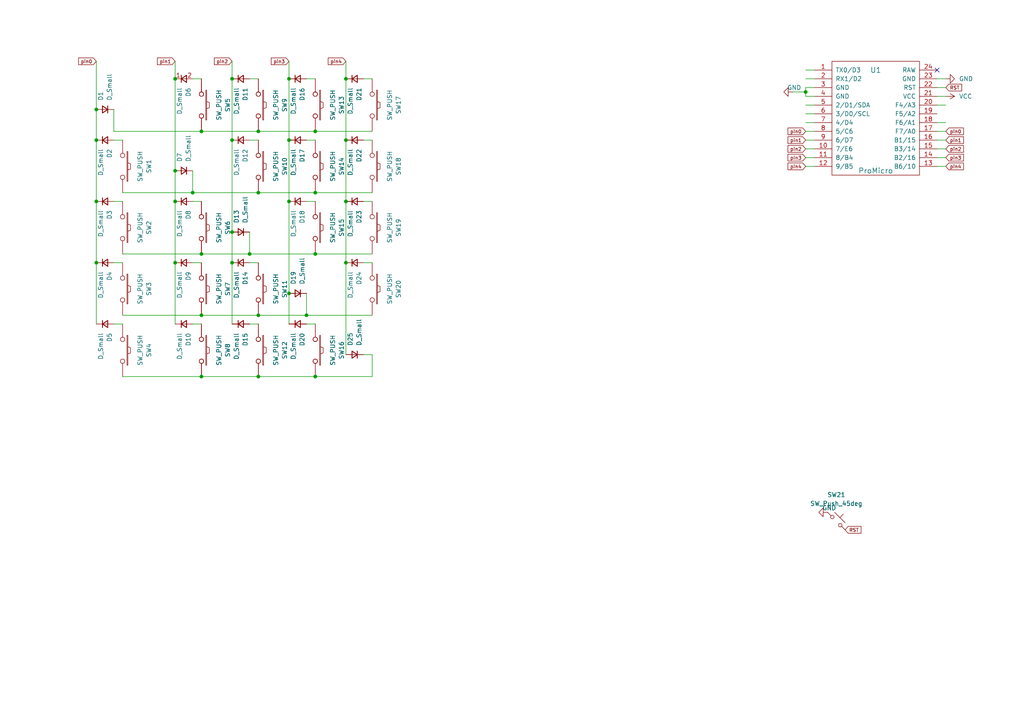
<source format=kicad_sch>
(kicad_sch (version 20211123) (generator eeschema)

  (uuid cc541e59-f66d-4ec0-a3c5-10f1d28711b7)

  (paper "A4")

  (lib_symbols
    (symbol "D_Small_1" (pin_names (offset 0.254) hide) (in_bom yes) (on_board yes)
      (property "Reference" "D" (id 0) (at -1.27 2.032 0)
        (effects (font (size 1.27 1.27)) (justify left))
      )
      (property "Value" "D_Small_1" (id 1) (at -3.81 -2.032 0)
        (effects (font (size 1.27 1.27)) (justify left))
      )
      (property "Footprint" "" (id 2) (at 0 0 90)
        (effects (font (size 1.27 1.27)) hide)
      )
      (property "Datasheet" "~" (id 3) (at 0 0 90)
        (effects (font (size 1.27 1.27)) hide)
      )
      (property "ki_keywords" "diode" (id 4) (at 0 0 0)
        (effects (font (size 1.27 1.27)) hide)
      )
      (property "ki_description" "Diode, small symbol" (id 5) (at 0 0 0)
        (effects (font (size 1.27 1.27)) hide)
      )
      (property "ki_fp_filters" "TO-???* *_Diode_* *SingleDiode* D_*" (id 6) (at 0 0 0)
        (effects (font (size 1.27 1.27)) hide)
      )
      (symbol "D_Small_1_0_1"
        (polyline
          (pts
            (xy -0.762 -1.016)
            (xy -0.762 1.016)
          )
          (stroke (width 0.254) (type default) (color 0 0 0 0))
          (fill (type none))
        )
        (polyline
          (pts
            (xy -0.762 0)
            (xy 0.762 0)
          )
          (stroke (width 0) (type default) (color 0 0 0 0))
          (fill (type none))
        )
        (polyline
          (pts
            (xy 0.762 -1.016)
            (xy -0.762 0)
            (xy 0.762 1.016)
            (xy 0.762 -1.016)
          )
          (stroke (width 0.254) (type default) (color 0 0 0 0))
          (fill (type none))
        )
      )
      (symbol "D_Small_1_1_1"
        (pin passive line (at -2.54 0 0) (length 1.778)
          (name "K" (effects (font (size 1.27 1.27))))
          (number "1" (effects (font (size 1.27 1.27))))
        )
        (pin passive line (at 2.54 0 180) (length 1.778)
          (name "A" (effects (font (size 1.27 1.27))))
          (number "2" (effects (font (size 1.27 1.27))))
        )
      )
    )
    (symbol "Device:D_Small" (pin_numbers hide) (pin_names (offset 0.254) hide) (in_bom yes) (on_board yes)
      (property "Reference" "D" (id 0) (at -1.27 2.032 0)
        (effects (font (size 1.27 1.27)) (justify left))
      )
      (property "Value" "D_Small" (id 1) (at -3.81 -2.032 0)
        (effects (font (size 1.27 1.27)) (justify left))
      )
      (property "Footprint" "" (id 2) (at 0 0 90)
        (effects (font (size 1.27 1.27)) hide)
      )
      (property "Datasheet" "~" (id 3) (at 0 0 90)
        (effects (font (size 1.27 1.27)) hide)
      )
      (property "ki_keywords" "diode" (id 4) (at 0 0 0)
        (effects (font (size 1.27 1.27)) hide)
      )
      (property "ki_description" "Diode, small symbol" (id 5) (at 0 0 0)
        (effects (font (size 1.27 1.27)) hide)
      )
      (property "ki_fp_filters" "TO-???* *_Diode_* *SingleDiode* D_*" (id 6) (at 0 0 0)
        (effects (font (size 1.27 1.27)) hide)
      )
      (symbol "D_Small_0_1"
        (polyline
          (pts
            (xy -0.762 -1.016)
            (xy -0.762 1.016)
          )
          (stroke (width 0.254) (type default) (color 0 0 0 0))
          (fill (type none))
        )
        (polyline
          (pts
            (xy -0.762 0)
            (xy 0.762 0)
          )
          (stroke (width 0) (type default) (color 0 0 0 0))
          (fill (type none))
        )
        (polyline
          (pts
            (xy 0.762 -1.016)
            (xy -0.762 0)
            (xy 0.762 1.016)
            (xy 0.762 -1.016)
          )
          (stroke (width 0.254) (type default) (color 0 0 0 0))
          (fill (type none))
        )
      )
      (symbol "D_Small_1_1"
        (pin passive line (at -2.54 0 0) (length 1.778)
          (name "K" (effects (font (size 1.27 1.27))))
          (number "1" (effects (font (size 1.27 1.27))))
        )
        (pin passive line (at 2.54 0 180) (length 1.778)
          (name "A" (effects (font (size 1.27 1.27))))
          (number "2" (effects (font (size 1.27 1.27))))
        )
      )
    )
    (symbol "Switch:SW_Push_45deg" (pin_numbers hide) (pin_names (offset 1.016) hide) (in_bom yes) (on_board yes)
      (property "Reference" "SW" (id 0) (at 3.048 1.016 0)
        (effects (font (size 1.27 1.27)) (justify left))
      )
      (property "Value" "SW_Push_45deg" (id 1) (at 0 -3.81 0)
        (effects (font (size 1.27 1.27)))
      )
      (property "Footprint" "" (id 2) (at 0 0 0)
        (effects (font (size 1.27 1.27)) hide)
      )
      (property "Datasheet" "~" (id 3) (at 0 0 0)
        (effects (font (size 1.27 1.27)) hide)
      )
      (property "ki_keywords" "switch normally-open pushbutton push-button" (id 4) (at 0 0 0)
        (effects (font (size 1.27 1.27)) hide)
      )
      (property "ki_description" "Push button switch, normally open, two pins, 45° tilted" (id 5) (at 0 0 0)
        (effects (font (size 1.27 1.27)) hide)
      )
      (symbol "SW_Push_45deg_0_1"
        (circle (center -1.1684 1.1684) (radius 0.508)
          (stroke (width 0) (type default) (color 0 0 0 0))
          (fill (type none))
        )
        (polyline
          (pts
            (xy -0.508 2.54)
            (xy 2.54 -0.508)
          )
          (stroke (width 0) (type default) (color 0 0 0 0))
          (fill (type none))
        )
        (polyline
          (pts
            (xy 1.016 1.016)
            (xy 2.032 2.032)
          )
          (stroke (width 0) (type default) (color 0 0 0 0))
          (fill (type none))
        )
        (polyline
          (pts
            (xy -2.54 2.54)
            (xy -1.524 1.524)
            (xy -1.524 1.524)
          )
          (stroke (width 0) (type default) (color 0 0 0 0))
          (fill (type none))
        )
        (polyline
          (pts
            (xy 1.524 -1.524)
            (xy 2.54 -2.54)
            (xy 2.54 -2.54)
            (xy 2.54 -2.54)
          )
          (stroke (width 0) (type default) (color 0 0 0 0))
          (fill (type none))
        )
        (circle (center 1.143 -1.1938) (radius 0.508)
          (stroke (width 0) (type default) (color 0 0 0 0))
          (fill (type none))
        )
        (pin passive line (at -2.54 2.54 0) (length 0)
          (name "1" (effects (font (size 1.27 1.27))))
          (number "1" (effects (font (size 1.27 1.27))))
        )
        (pin passive line (at 2.54 -2.54 180) (length 0)
          (name "2" (effects (font (size 1.27 1.27))))
          (number "2" (effects (font (size 1.27 1.27))))
        )
      )
    )
    (symbol "kbd:ProMicro" (pin_names (offset 1.016)) (in_bom yes) (on_board yes)
      (property "Reference" "U" (id 0) (at 0 19.05 0)
        (effects (font (size 1.524 1.524)))
      )
      (property "Value" "ProMicro" (id 1) (at 0 -19.05 0)
        (effects (font (size 1.524 1.524)))
      )
      (property "Footprint" "" (id 2) (at 2.54 -26.67 0)
        (effects (font (size 1.524 1.524)))
      )
      (property "Datasheet" "" (id 3) (at 2.54 -26.67 0)
        (effects (font (size 1.524 1.524)))
      )
      (symbol "ProMicro_0_1"
        (rectangle (start -12.7 16.51) (end 12.7 -16.51)
          (stroke (width 0) (type default) (color 0 0 0 0))
          (fill (type none))
        )
      )
      (symbol "ProMicro_1_1"
        (pin bidirectional line (at -17.78 13.97 0) (length 5.08)
          (name "TX0/D3" (effects (font (size 1.27 1.27))))
          (number "1" (effects (font (size 1.27 1.27))))
        )
        (pin bidirectional line (at -17.78 -8.89 0) (length 5.08)
          (name "7/E6" (effects (font (size 1.27 1.27))))
          (number "10" (effects (font (size 1.27 1.27))))
        )
        (pin bidirectional line (at -17.78 -11.43 0) (length 5.08)
          (name "8/B4" (effects (font (size 1.27 1.27))))
          (number "11" (effects (font (size 1.27 1.27))))
        )
        (pin bidirectional line (at -17.78 -13.97 0) (length 5.08)
          (name "9/B5" (effects (font (size 1.27 1.27))))
          (number "12" (effects (font (size 1.27 1.27))))
        )
        (pin bidirectional line (at 17.78 -13.97 180) (length 5.08)
          (name "B6/10" (effects (font (size 1.27 1.27))))
          (number "13" (effects (font (size 1.27 1.27))))
        )
        (pin bidirectional line (at 17.78 -11.43 180) (length 5.08)
          (name "B2/16" (effects (font (size 1.27 1.27))))
          (number "14" (effects (font (size 1.27 1.27))))
        )
        (pin bidirectional line (at 17.78 -8.89 180) (length 5.08)
          (name "B3/14" (effects (font (size 1.27 1.27))))
          (number "15" (effects (font (size 1.27 1.27))))
        )
        (pin bidirectional line (at 17.78 -6.35 180) (length 5.08)
          (name "B1/15" (effects (font (size 1.27 1.27))))
          (number "16" (effects (font (size 1.27 1.27))))
        )
        (pin bidirectional line (at 17.78 -3.81 180) (length 5.08)
          (name "F7/A0" (effects (font (size 1.27 1.27))))
          (number "17" (effects (font (size 1.27 1.27))))
        )
        (pin bidirectional line (at 17.78 -1.27 180) (length 5.08)
          (name "F6/A1" (effects (font (size 1.27 1.27))))
          (number "18" (effects (font (size 1.27 1.27))))
        )
        (pin bidirectional line (at 17.78 1.27 180) (length 5.08)
          (name "F5/A2" (effects (font (size 1.27 1.27))))
          (number "19" (effects (font (size 1.27 1.27))))
        )
        (pin bidirectional line (at -17.78 11.43 0) (length 5.08)
          (name "RX1/D2" (effects (font (size 1.27 1.27))))
          (number "2" (effects (font (size 1.27 1.27))))
        )
        (pin bidirectional line (at 17.78 3.81 180) (length 5.08)
          (name "F4/A3" (effects (font (size 1.27 1.27))))
          (number "20" (effects (font (size 1.27 1.27))))
        )
        (pin power_in line (at 17.78 6.35 180) (length 5.08)
          (name "VCC" (effects (font (size 1.27 1.27))))
          (number "21" (effects (font (size 1.27 1.27))))
        )
        (pin input line (at 17.78 8.89 180) (length 5.08)
          (name "RST" (effects (font (size 1.27 1.27))))
          (number "22" (effects (font (size 1.27 1.27))))
        )
        (pin power_in line (at 17.78 11.43 180) (length 5.08)
          (name "GND" (effects (font (size 1.27 1.27))))
          (number "23" (effects (font (size 1.27 1.27))))
        )
        (pin power_out line (at 17.78 13.97 180) (length 5.08)
          (name "RAW" (effects (font (size 1.27 1.27))))
          (number "24" (effects (font (size 1.27 1.27))))
        )
        (pin power_in line (at -17.78 8.89 0) (length 5.08)
          (name "GND" (effects (font (size 1.27 1.27))))
          (number "3" (effects (font (size 1.27 1.27))))
        )
        (pin power_in line (at -17.78 6.35 0) (length 5.08)
          (name "GND" (effects (font (size 1.27 1.27))))
          (number "4" (effects (font (size 1.27 1.27))))
        )
        (pin bidirectional line (at -17.78 3.81 0) (length 5.08)
          (name "2/D1/SDA" (effects (font (size 1.27 1.27))))
          (number "5" (effects (font (size 1.27 1.27))))
        )
        (pin bidirectional line (at -17.78 1.27 0) (length 5.08)
          (name "3/D0/SCL" (effects (font (size 1.27 1.27))))
          (number "6" (effects (font (size 1.27 1.27))))
        )
        (pin bidirectional line (at -17.78 -1.27 0) (length 5.08)
          (name "4/D4" (effects (font (size 1.27 1.27))))
          (number "7" (effects (font (size 1.27 1.27))))
        )
        (pin bidirectional line (at -17.78 -3.81 0) (length 5.08)
          (name "5/C6" (effects (font (size 1.27 1.27))))
          (number "8" (effects (font (size 1.27 1.27))))
        )
        (pin bidirectional line (at -17.78 -6.35 0) (length 5.08)
          (name "6/D7" (effects (font (size 1.27 1.27))))
          (number "9" (effects (font (size 1.27 1.27))))
        )
      )
    )
    (symbol "kbd:SW_PUSH" (pin_numbers hide) (pin_names (offset 1.016) hide) (in_bom yes) (on_board yes)
      (property "Reference" "SW" (id 0) (at 3.81 2.794 0)
        (effects (font (size 1.27 1.27)))
      )
      (property "Value" "SW_PUSH" (id 1) (at 0 -2.032 0)
        (effects (font (size 1.27 1.27)))
      )
      (property "Footprint" "" (id 2) (at 0 0 0)
        (effects (font (size 1.27 1.27)))
      )
      (property "Datasheet" "" (id 3) (at 0 0 0)
        (effects (font (size 1.27 1.27)))
      )
      (symbol "SW_PUSH_0_1"
        (rectangle (start -4.318 1.27) (end 4.318 1.524)
          (stroke (width 0) (type default) (color 0 0 0 0))
          (fill (type none))
        )
        (polyline
          (pts
            (xy -1.016 1.524)
            (xy -0.762 2.286)
            (xy 0.762 2.286)
            (xy 1.016 1.524)
          )
          (stroke (width 0) (type default) (color 0 0 0 0))
          (fill (type none))
        )
        (pin passive inverted (at -7.62 0 0) (length 5.08)
          (name "1" (effects (font (size 1.27 1.27))))
          (number "1" (effects (font (size 1.27 1.27))))
        )
        (pin passive inverted (at 7.62 0 180) (length 5.08)
          (name "2" (effects (font (size 1.27 1.27))))
          (number "2" (effects (font (size 1.27 1.27))))
        )
      )
    )
    (symbol "power:GND" (power) (pin_names (offset 0)) (in_bom yes) (on_board yes)
      (property "Reference" "#PWR" (id 0) (at 0 -6.35 0)
        (effects (font (size 1.27 1.27)) hide)
      )
      (property "Value" "GND" (id 1) (at 0 -3.81 0)
        (effects (font (size 1.27 1.27)))
      )
      (property "Footprint" "" (id 2) (at 0 0 0)
        (effects (font (size 1.27 1.27)) hide)
      )
      (property "Datasheet" "" (id 3) (at 0 0 0)
        (effects (font (size 1.27 1.27)) hide)
      )
      (property "ki_keywords" "power-flag" (id 4) (at 0 0 0)
        (effects (font (size 1.27 1.27)) hide)
      )
      (property "ki_description" "Power symbol creates a global label with name \"GND\" , ground" (id 5) (at 0 0 0)
        (effects (font (size 1.27 1.27)) hide)
      )
      (symbol "GND_0_1"
        (polyline
          (pts
            (xy 0 0)
            (xy 0 -1.27)
            (xy 1.27 -1.27)
            (xy 0 -2.54)
            (xy -1.27 -1.27)
            (xy 0 -1.27)
          )
          (stroke (width 0) (type default) (color 0 0 0 0))
          (fill (type none))
        )
      )
      (symbol "GND_1_1"
        (pin power_in line (at 0 0 270) (length 0) hide
          (name "GND" (effects (font (size 1.27 1.27))))
          (number "1" (effects (font (size 1.27 1.27))))
        )
      )
    )
    (symbol "power:VCC" (power) (pin_names (offset 0)) (in_bom yes) (on_board yes)
      (property "Reference" "#PWR" (id 0) (at 0 -3.81 0)
        (effects (font (size 1.27 1.27)) hide)
      )
      (property "Value" "VCC" (id 1) (at 0 3.81 0)
        (effects (font (size 1.27 1.27)))
      )
      (property "Footprint" "" (id 2) (at 0 0 0)
        (effects (font (size 1.27 1.27)) hide)
      )
      (property "Datasheet" "" (id 3) (at 0 0 0)
        (effects (font (size 1.27 1.27)) hide)
      )
      (property "ki_keywords" "power-flag" (id 4) (at 0 0 0)
        (effects (font (size 1.27 1.27)) hide)
      )
      (property "ki_description" "Power symbol creates a global label with name \"VCC\"" (id 5) (at 0 0 0)
        (effects (font (size 1.27 1.27)) hide)
      )
      (symbol "VCC_0_1"
        (polyline
          (pts
            (xy -0.762 1.27)
            (xy 0 2.54)
          )
          (stroke (width 0) (type default) (color 0 0 0 0))
          (fill (type none))
        )
        (polyline
          (pts
            (xy 0 0)
            (xy 0 2.54)
          )
          (stroke (width 0) (type default) (color 0 0 0 0))
          (fill (type none))
        )
        (polyline
          (pts
            (xy 0 2.54)
            (xy 0.762 1.27)
          )
          (stroke (width 0) (type default) (color 0 0 0 0))
          (fill (type none))
        )
      )
      (symbol "VCC_1_1"
        (pin power_in line (at 0 0 90) (length 0) hide
          (name "VCC" (effects (font (size 1.27 1.27))))
          (number "1" (effects (font (size 1.27 1.27))))
        )
      )
    )
  )

  (junction (at 233.68 26.67) (diameter 0) (color 0 0 0 0)
    (uuid 0351df45-d042-41d4-ba35-88092c7be2fc)
  )
  (junction (at 74.93 91.44) (diameter 0) (color 0 0 0 0)
    (uuid 13c0ff76-ed71-4cd9-abb0-92c376825d5d)
  )
  (junction (at 100.33 40.64) (diameter 0) (color 0 0 0 0)
    (uuid 1e8701fc-ad24-40ea-846a-e3db538d6077)
  )
  (junction (at 50.8 58.42) (diameter 0) (color 0 0 0 0)
    (uuid 1f3003e6-dce5-420f-906b-3f1e92b67249)
  )
  (junction (at 74.93 38.1) (diameter 0) (color 0 0 0 0)
    (uuid 2e2206e5-5305-44ad-996b-80c6bdc7fc6f)
  )
  (junction (at 67.31 67.31) (diameter 0) (color 0 0 0 0)
    (uuid 2f24517c-900a-45a9-9820-5b9374aec6d8)
  )
  (junction (at 58.42 91.44) (diameter 0) (color 0 0 0 0)
    (uuid 340de66e-37a9-445c-a764-54ea025dca63)
  )
  (junction (at 83.82 85.09) (diameter 0) (color 0 0 0 0)
    (uuid 43ae6b08-edb2-45ed-bd65-8e4d168c59e0)
  )
  (junction (at 58.42 73.66) (diameter 0) (color 0 0 0 0)
    (uuid 45d21e1d-a9fd-439e-8f17-812185b9aa4e)
  )
  (junction (at 72.39 73.66) (diameter 0) (color 0 0 0 0)
    (uuid 4eb57236-4923-4d70-a234-9a55d5234d82)
  )
  (junction (at 83.82 58.42) (diameter 0) (color 0 0 0 0)
    (uuid 4f66b314-0f62-4fb6-8c3c-f9c6a75cd3ec)
  )
  (junction (at 67.31 76.2) (diameter 0) (color 0 0 0 0)
    (uuid 60dcd1fe-7079-4cb8-b509-04558ccf5097)
  )
  (junction (at 50.8 49.53) (diameter 0) (color 0 0 0 0)
    (uuid 664e3c15-0236-4a70-9e4b-22cae38f616a)
  )
  (junction (at 91.44 109.22) (diameter 0) (color 0 0 0 0)
    (uuid 68877d35-b796-44db-9124-b8e744e7412e)
  )
  (junction (at 88.9 91.44) (diameter 0) (color 0 0 0 0)
    (uuid 6ad17007-4ba6-4db6-8f59-05204a8d48d3)
  )
  (junction (at 313.69 22.86) (diameter 0) (color 0 0 0 0)
    (uuid 7bc28775-f53f-4009-884f-c4c3578ddbf8)
  )
  (junction (at 100.33 76.2) (diameter 0) (color 0 0 0 0)
    (uuid 7e023245-2c2b-4e2b-bfb9-5d35176e88f2)
  )
  (junction (at 83.82 22.86) (diameter 0) (color 0 0 0 0)
    (uuid 8412992d-8754-44de-9e08-115cec1a3eff)
  )
  (junction (at 74.93 55.88) (diameter 0) (color 0 0 0 0)
    (uuid 84166767-01f6-4433-b941-76cced129290)
  )
  (junction (at 100.33 22.86) (diameter 0) (color 0 0 0 0)
    (uuid 8d9a3ecc-539f-41da-8099-d37cea9c28e7)
  )
  (junction (at 58.42 109.22) (diameter 0) (color 0 0 0 0)
    (uuid 902e0c30-614f-4a3f-962f-e3e2a0869190)
  )
  (junction (at 55.88 55.88) (diameter 0) (color 0 0 0 0)
    (uuid 9fb3b37e-1267-4a9c-a2a4-d36dcd959d91)
  )
  (junction (at 50.8 76.2) (diameter 0) (color 0 0 0 0)
    (uuid a27eb049-c992-4f11-a026-1e6a8d9d0160)
  )
  (junction (at 74.93 109.22) (diameter 0) (color 0 0 0 0)
    (uuid aa2ea573-3f20-43c1-aa99-1f9c6031a9aa)
  )
  (junction (at 91.44 55.88) (diameter 0) (color 0 0 0 0)
    (uuid aca4de92-9c41-4c2b-9afa-540d02dafa1c)
  )
  (junction (at 27.94 31.75) (diameter 0) (color 0 0 0 0)
    (uuid b04ffa85-cbcd-45cf-ab8f-ab1d2a888a5a)
  )
  (junction (at 27.94 40.64) (diameter 0) (color 0 0 0 0)
    (uuid c13ae360-623f-405a-8ba9-1ae18bbb607a)
  )
  (junction (at 91.44 73.66) (diameter 0) (color 0 0 0 0)
    (uuid ca87f11b-5f48-4b57-8535-68d3ec2fe5a9)
  )
  (junction (at 91.44 38.1) (diameter 0) (color 0 0 0 0)
    (uuid cfa5c16e-7859-460d-a0b8-cea7d7ea629c)
  )
  (junction (at 50.8 22.86) (diameter 0) (color 0 0 0 0)
    (uuid cfd242b8-5fff-4b8e-8f69-125c6be5d246)
  )
  (junction (at 27.94 76.2) (diameter 0) (color 0 0 0 0)
    (uuid d31e8e0d-2fd2-46c7-a11f-a40c59a18083)
  )
  (junction (at 67.31 22.86) (diameter 0) (color 0 0 0 0)
    (uuid d7269d2a-b8c0-422d-8f25-f79ea31bf75e)
  )
  (junction (at 100.33 58.42) (diameter 0) (color 0 0 0 0)
    (uuid e472dac4-5b65-4920-b8b2-6065d140a69d)
  )
  (junction (at 83.82 40.64) (diameter 0) (color 0 0 0 0)
    (uuid e4c6fdbb-fdc7-4ad4-a516-240d84cdc120)
  )
  (junction (at 67.31 40.64) (diameter 0) (color 0 0 0 0)
    (uuid e8c50f1b-c316-4110-9cce-5c24c65a1eaa)
  )
  (junction (at 27.94 58.42) (diameter 0) (color 0 0 0 0)
    (uuid fa4c17d1-a619-46ca-ac8e-903d2fa1575e)
  )
  (junction (at 58.42 38.1) (diameter 0) (color 0 0 0 0)
    (uuid fb460dc4-3934-4aab-ae5c-d5359003d07b)
  )

  (no_connect (at 351.79 16.51) (uuid 855a0430-cb23-4e15-a99c-81e36d21210a))
  (no_connect (at 271.78 20.32) (uuid a8158015-8a65-4a5d-99db-2a68ac939fb9))

  (wire (pts (xy 316.23 21.59) (xy 313.69 21.59))
    (stroke (width 0) (type default) (color 0 0 0 0))
    (uuid 001ab900-f729-466a-8051-8bbb9e82a383)
  )
  (wire (pts (xy 233.68 33.02) (xy 236.22 33.02))
    (stroke (width 0) (type default) (color 0 0 0 0))
    (uuid 01203a69-16b4-4082-a953-525f3e928a3a)
  )
  (wire (pts (xy 83.82 17.78) (xy 83.82 22.86))
    (stroke (width 0) (type default) (color 0 0 0 0))
    (uuid 01eae870-a929-4b0e-a504-4a16061af71a)
  )
  (wire (pts (xy 83.82 40.64) (xy 83.82 58.42))
    (stroke (width 0) (type default) (color 0 0 0 0))
    (uuid 026d231e-8df7-4ee5-9130-c38c260fb1a0)
  )
  (wire (pts (xy 83.82 58.42) (xy 83.82 85.09))
    (stroke (width 0) (type default) (color 0 0 0 0))
    (uuid 026d231e-8df7-4ee5-9130-c38c260fb1a1)
  )
  (wire (pts (xy 83.82 22.86) (xy 83.82 40.64))
    (stroke (width 0) (type default) (color 0 0 0 0))
    (uuid 026d231e-8df7-4ee5-9130-c38c260fb1a3)
  )
  (wire (pts (xy 35.56 93.98) (xy 33.02 93.98))
    (stroke (width 0) (type default) (color 0 0 0 0))
    (uuid 03ef79c7-3253-4b8b-8ee7-71a9d987df75)
  )
  (wire (pts (xy 271.78 27.94) (xy 274.32 27.94))
    (stroke (width 0) (type default) (color 0 0 0 0))
    (uuid 055aace0-67eb-4b11-b1c9-faf38691ec64)
  )
  (wire (pts (xy 271.78 40.64) (xy 274.32 40.64))
    (stroke (width 0) (type default) (color 0 0 0 0))
    (uuid 11de6b52-c798-4c17-bcbb-88239f542701)
  )
  (wire (pts (xy 313.69 39.37) (xy 316.23 39.37))
    (stroke (width 0) (type default) (color 0 0 0 0))
    (uuid 1a7f19a4-4250-4159-92f9-b678efeee561)
  )
  (wire (pts (xy 27.94 40.64) (xy 27.94 58.42))
    (stroke (width 0) (type default) (color 0 0 0 0))
    (uuid 22943da1-8c7e-4b66-ad4e-69c5f5e0d87f)
  )
  (wire (pts (xy 271.78 43.18) (xy 274.32 43.18))
    (stroke (width 0) (type default) (color 0 0 0 0))
    (uuid 23fc2bf8-9646-4746-9ef9-17f34bcbd567)
  )
  (wire (pts (xy 58.42 93.98) (xy 55.88 93.98))
    (stroke (width 0) (type default) (color 0 0 0 0))
    (uuid 24185f56-2c8d-4258-99ab-7aa3a2439bbd)
  )
  (wire (pts (xy 58.42 73.66) (xy 35.56 73.66))
    (stroke (width 0) (type default) (color 0 0 0 0))
    (uuid 247a9ab2-26b3-4b64-ac24-f7feef004cd5)
  )
  (wire (pts (xy 313.69 36.83) (xy 316.23 36.83))
    (stroke (width 0) (type default) (color 0 0 0 0))
    (uuid 24c1eb2c-1b6e-4ea1-bafc-e97b4635bebe)
  )
  (wire (pts (xy 271.78 38.1) (xy 274.32 38.1))
    (stroke (width 0) (type default) (color 0 0 0 0))
    (uuid 297f5076-9100-4979-b6d5-866fe0b3c4c2)
  )
  (wire (pts (xy 50.8 76.2) (xy 50.8 93.98))
    (stroke (width 0) (type default) (color 0 0 0 0))
    (uuid 2c22318c-0379-4fe1-9cfb-3587770b5f3e)
  )
  (wire (pts (xy 50.8 58.42) (xy 50.8 76.2))
    (stroke (width 0) (type default) (color 0 0 0 0))
    (uuid 2c22318c-0379-4fe1-9cfb-3587770b5f3f)
  )
  (wire (pts (xy 27.94 17.78) (xy 27.94 31.75))
    (stroke (width 0) (type default) (color 0 0 0 0))
    (uuid 2cb67c53-3b93-4b88-a973-89c09e27251a)
  )
  (wire (pts (xy 351.79 34.29) (xy 354.33 34.29))
    (stroke (width 0) (type default) (color 0 0 0 0))
    (uuid 2f9b2585-bfdd-4c59-8b94-68287ac4111b)
  )
  (wire (pts (xy 72.39 67.31) (xy 72.39 73.66))
    (stroke (width 0) (type default) (color 0 0 0 0))
    (uuid 3201ab3c-5866-496a-a9d0-05f439ff3cb7)
  )
  (wire (pts (xy 35.56 58.42) (xy 33.02 58.42))
    (stroke (width 0) (type default) (color 0 0 0 0))
    (uuid 366cfcea-7ddd-4e0e-87b4-4f56069a6f12)
  )
  (wire (pts (xy 107.95 73.66) (xy 91.44 73.66))
    (stroke (width 0) (type default) (color 0 0 0 0))
    (uuid 40803d2a-024e-41bf-ad58-57c40110bb09)
  )
  (wire (pts (xy 58.42 73.66) (xy 72.39 73.66))
    (stroke (width 0) (type default) (color 0 0 0 0))
    (uuid 40803d2a-024e-41bf-ad58-57c40110bb0c)
  )
  (wire (pts (xy 33.02 38.1) (xy 58.42 38.1))
    (stroke (width 0) (type default) (color 0 0 0 0))
    (uuid 41bf4d86-7ffb-4c7b-8acb-576064051862)
  )
  (wire (pts (xy 233.68 22.86) (xy 236.22 22.86))
    (stroke (width 0) (type default) (color 0 0 0 0))
    (uuid 427c05ab-ca07-491b-b56d-1ff0164a2c4f)
  )
  (wire (pts (xy 91.44 93.98) (xy 88.9 93.98))
    (stroke (width 0) (type default) (color 0 0 0 0))
    (uuid 43640417-b568-4e1a-81b5-43c183cf240e)
  )
  (wire (pts (xy 313.69 29.21) (xy 316.23 29.21))
    (stroke (width 0) (type default) (color 0 0 0 0))
    (uuid 43710721-d3c4-4898-aec9-1a85fec7fb12)
  )
  (wire (pts (xy 74.93 40.64) (xy 72.39 40.64))
    (stroke (width 0) (type default) (color 0 0 0 0))
    (uuid 47a2b762-13bf-4f50-8181-cd5c098f704b)
  )
  (wire (pts (xy 91.44 40.64) (xy 88.9 40.64))
    (stroke (width 0) (type default) (color 0 0 0 0))
    (uuid 48314260-0d92-4c7f-88c4-f7e285747776)
  )
  (wire (pts (xy 27.94 76.2) (xy 27.94 93.98))
    (stroke (width 0) (type default) (color 0 0 0 0))
    (uuid 49259bf9-1ab4-466b-ba7e-375f8b029ea1)
  )
  (wire (pts (xy 313.69 19.05) (xy 316.23 19.05))
    (stroke (width 0) (type default) (color 0 0 0 0))
    (uuid 4b0484ba-5203-4e1a-b74a-d922d261b686)
  )
  (wire (pts (xy 35.56 76.2) (xy 33.02 76.2))
    (stroke (width 0) (type default) (color 0 0 0 0))
    (uuid 4eabe67b-83c2-4329-aeaa-352e4a4037f3)
  )
  (wire (pts (xy 351.79 24.13) (xy 354.33 24.13))
    (stroke (width 0) (type default) (color 0 0 0 0))
    (uuid 50fe9beb-9d6c-48a3-9b3d-f868bc290b69)
  )
  (wire (pts (xy 27.94 31.75) (xy 27.94 40.64))
    (stroke (width 0) (type default) (color 0 0 0 0))
    (uuid 5153302b-2979-436b-80e7-c30e9d105db9)
  )
  (wire (pts (xy 351.79 19.05) (xy 354.33 19.05))
    (stroke (width 0) (type default) (color 0 0 0 0))
    (uuid 5703d9bc-78e4-4cdd-802b-2979b61fc182)
  )
  (wire (pts (xy 313.69 21.59) (xy 313.69 22.86))
    (stroke (width 0) (type default) (color 0 0 0 0))
    (uuid 5723347b-cda6-4ad9-aa27-ada286b64147)
  )
  (wire (pts (xy 55.88 49.53) (xy 55.88 55.88))
    (stroke (width 0) (type default) (color 0 0 0 0))
    (uuid 5c7a5ec3-5269-4a10-ab43-791b8a535f23)
  )
  (wire (pts (xy 233.68 43.18) (xy 236.22 43.18))
    (stroke (width 0) (type default) (color 0 0 0 0))
    (uuid 5d56c8b0-ac3a-4c85-b256-6fdae63c51e2)
  )
  (wire (pts (xy 74.93 22.86) (xy 72.39 22.86))
    (stroke (width 0) (type default) (color 0 0 0 0))
    (uuid 5eb3d626-01e5-4c41-b365-7519dabb3501)
  )
  (wire (pts (xy 74.93 93.98) (xy 72.39 93.98))
    (stroke (width 0) (type default) (color 0 0 0 0))
    (uuid 5ed7f5d5-5391-4f8c-ba16-24f424868907)
  )
  (wire (pts (xy 35.56 55.88) (xy 55.88 55.88))
    (stroke (width 0) (type default) (color 0 0 0 0))
    (uuid 60abb19c-d26b-4f5f-a1a1-4902f45d08b2)
  )
  (wire (pts (xy 105.41 102.87) (xy 107.95 102.87))
    (stroke (width 0) (type default) (color 0 0 0 0))
    (uuid 634ec4e6-f40c-4871-baa1-798533aa4c5e)
  )
  (wire (pts (xy 351.79 26.67) (xy 354.33 26.67))
    (stroke (width 0) (type default) (color 0 0 0 0))
    (uuid 66a2283b-3aaf-4995-92b5-ea28bf25f0af)
  )
  (wire (pts (xy 351.79 41.91) (xy 354.33 41.91))
    (stroke (width 0) (type default) (color 0 0 0 0))
    (uuid 66e06c4f-d14a-4c45-a5cd-82effcfe7152)
  )
  (wire (pts (xy 316.23 24.13) (xy 313.69 24.13))
    (stroke (width 0) (type default) (color 0 0 0 0))
    (uuid 6a639203-dd1f-46a2-a09c-a0f37705d541)
  )
  (wire (pts (xy 351.79 39.37) (xy 354.33 39.37))
    (stroke (width 0) (type default) (color 0 0 0 0))
    (uuid 6c26a7d0-50b4-4b63-8c26-c713bf434d52)
  )
  (wire (pts (xy 58.42 109.22) (xy 35.56 109.22))
    (stroke (width 0) (type default) (color 0 0 0 0))
    (uuid 6d6189bf-4248-45d4-9528-3a3d8dd19832)
  )
  (wire (pts (xy 351.79 31.75) (xy 354.33 31.75))
    (stroke (width 0) (type default) (color 0 0 0 0))
    (uuid 6dae91b0-81a7-476c-b5d2-04e82edb1b3a)
  )
  (wire (pts (xy 313.69 41.91) (xy 316.23 41.91))
    (stroke (width 0) (type default) (color 0 0 0 0))
    (uuid 6e13c233-0954-4de2-b381-a559c63259eb)
  )
  (wire (pts (xy 233.68 40.64) (xy 236.22 40.64))
    (stroke (width 0) (type default) (color 0 0 0 0))
    (uuid 6f44f517-da48-4cfd-86fc-e629ca7208ab)
  )
  (wire (pts (xy 313.69 24.13) (xy 313.69 22.86))
    (stroke (width 0) (type default) (color 0 0 0 0))
    (uuid 750f7c0b-48cd-49b0-b8b9-1f08c000ffae)
  )
  (wire (pts (xy 91.44 55.88) (xy 74.93 55.88))
    (stroke (width 0) (type default) (color 0 0 0 0))
    (uuid 7577bf40-738a-4ca5-b0d1-329d0d275a6e)
  )
  (wire (pts (xy 107.95 55.88) (xy 91.44 55.88))
    (stroke (width 0) (type default) (color 0 0 0 0))
    (uuid 7577bf40-738a-4ca5-b0d1-329d0d275a6f)
  )
  (wire (pts (xy 313.69 22.86) (xy 309.88 22.86))
    (stroke (width 0) (type default) (color 0 0 0 0))
    (uuid 7861f121-5207-4881-b31a-875fff9b0e74)
  )
  (wire (pts (xy 91.44 58.42) (xy 88.9 58.42))
    (stroke (width 0) (type default) (color 0 0 0 0))
    (uuid 79a1d7bd-9ee3-4c21-b4e2-f2ff30764271)
  )
  (wire (pts (xy 50.8 17.78) (xy 50.8 22.86))
    (stroke (width 0) (type default) (color 0 0 0 0))
    (uuid 7b117a75-9e58-49e5-accf-3abd1fca8528)
  )
  (wire (pts (xy 91.44 38.1) (xy 74.93 38.1))
    (stroke (width 0) (type default) (color 0 0 0 0))
    (uuid 7b4b465f-4127-4662-bfeb-80426b28063a)
  )
  (wire (pts (xy 107.95 38.1) (xy 91.44 38.1))
    (stroke (width 0) (type default) (color 0 0 0 0))
    (uuid 7b4b465f-4127-4662-bfeb-80426b28063c)
  )
  (wire (pts (xy 351.79 36.83) (xy 354.33 36.83))
    (stroke (width 0) (type default) (color 0 0 0 0))
    (uuid 7c99ffd6-cd45-4004-9f07-a198117524e3)
  )
  (wire (pts (xy 233.68 30.48) (xy 236.22 30.48))
    (stroke (width 0) (type default) (color 0 0 0 0))
    (uuid 7fa2d06b-d11a-4870-878c-5ea71e2f62c4)
  )
  (wire (pts (xy 74.93 76.2) (xy 72.39 76.2))
    (stroke (width 0) (type default) (color 0 0 0 0))
    (uuid 85e8cfb9-697d-443f-a03c-d9a56518129e)
  )
  (wire (pts (xy 271.78 48.26) (xy 274.32 48.26))
    (stroke (width 0) (type default) (color 0 0 0 0))
    (uuid 8730936e-88fb-4c59-baea-c9a9f7561b25)
  )
  (wire (pts (xy 58.42 38.1) (xy 74.93 38.1))
    (stroke (width 0) (type default) (color 0 0 0 0))
    (uuid 877bbada-ca3e-48ce-9ed6-18c18df802c1)
  )
  (wire (pts (xy 233.68 38.1) (xy 236.22 38.1))
    (stroke (width 0) (type default) (color 0 0 0 0))
    (uuid 8bea2b9f-0889-4b55-ad95-dc549d3a4c38)
  )
  (wire (pts (xy 35.56 40.64) (xy 33.02 40.64))
    (stroke (width 0) (type default) (color 0 0 0 0))
    (uuid 9586e9ee-abfc-4589-9f85-fc4f43efa63f)
  )
  (wire (pts (xy 58.42 76.2) (xy 55.88 76.2))
    (stroke (width 0) (type default) (color 0 0 0 0))
    (uuid 974d0aa0-c1ab-47be-b60f-0cb9d73e3ec9)
  )
  (wire (pts (xy 271.78 45.72) (xy 274.32 45.72))
    (stroke (width 0) (type default) (color 0 0 0 0))
    (uuid 9bbf953b-6288-4ece-9d29-f1e7ff48d608)
  )
  (wire (pts (xy 67.31 17.78) (xy 67.31 22.86))
    (stroke (width 0) (type default) (color 0 0 0 0))
    (uuid 9d823a4e-6559-4b07-a888-22bb76895ac6)
  )
  (wire (pts (xy 313.69 16.51) (xy 316.23 16.51))
    (stroke (width 0) (type default) (color 0 0 0 0))
    (uuid 9f2839c2-3233-4834-9ad1-f7632f7363d0)
  )
  (wire (pts (xy 107.95 76.2) (xy 105.41 76.2))
    (stroke (width 0) (type default) (color 0 0 0 0))
    (uuid 9f9b0d7b-8e9e-4369-a88e-1a81fb5df4b9)
  )
  (wire (pts (xy 233.68 20.32) (xy 236.22 20.32))
    (stroke (width 0) (type default) (color 0 0 0 0))
    (uuid a14106de-1033-48ba-91d7-16b730cd70de)
  )
  (wire (pts (xy 233.68 45.72) (xy 236.22 45.72))
    (stroke (width 0) (type default) (color 0 0 0 0))
    (uuid a27c567d-c86a-4588-ae9e-596660797d46)
  )
  (wire (pts (xy 27.94 58.42) (xy 27.94 76.2))
    (stroke (width 0) (type default) (color 0 0 0 0))
    (uuid a977f353-6321-408f-b9d8-738435c4d2a3)
  )
  (wire (pts (xy 351.79 21.59) (xy 354.33 21.59))
    (stroke (width 0) (type default) (color 0 0 0 0))
    (uuid a9a99941-1c86-4f9f-9dd0-0d0704729362)
  )
  (wire (pts (xy 271.78 25.4) (xy 274.32 25.4))
    (stroke (width 0) (type default) (color 0 0 0 0))
    (uuid aa2eef11-f0ef-47df-b713-abbb8504b19a)
  )
  (wire (pts (xy 313.69 44.45) (xy 316.23 44.45))
    (stroke (width 0) (type default) (color 0 0 0 0))
    (uuid aa70960f-1e8e-40b3-aa71-df8c76474b20)
  )
  (wire (pts (xy 50.8 22.86) (xy 50.8 49.53))
    (stroke (width 0) (type default) (color 0 0 0 0))
    (uuid aac850df-f636-4bc9-9ac3-70e0c474534d)
  )
  (wire (pts (xy 58.42 22.86) (xy 55.88 22.86))
    (stroke (width 0) (type default) (color 0 0 0 0))
    (uuid b2490674-e1f6-4958-aed8-1cb868834ab7)
  )
  (wire (pts (xy 74.93 91.44) (xy 58.42 91.44))
    (stroke (width 0) (type default) (color 0 0 0 0))
    (uuid b6081468-60e9-4a47-9c69-7fe7a83861b3)
  )
  (wire (pts (xy 74.93 91.44) (xy 88.9 91.44))
    (stroke (width 0) (type default) (color 0 0 0 0))
    (uuid b6081468-60e9-4a47-9c69-7fe7a83861b5)
  )
  (wire (pts (xy 58.42 91.44) (xy 35.56 91.44))
    (stroke (width 0) (type default) (color 0 0 0 0))
    (uuid ba178080-97cd-4c67-9ccd-2fbef35eabaa)
  )
  (wire (pts (xy 107.95 22.86) (xy 105.41 22.86))
    (stroke (width 0) (type default) (color 0 0 0 0))
    (uuid bb6c968f-1198-44ec-a10c-014bc53d2fb6)
  )
  (wire (pts (xy 67.31 67.31) (xy 67.31 76.2))
    (stroke (width 0) (type default) (color 0 0 0 0))
    (uuid bc4a25d2-3ec1-4a4a-b56c-71a14da79a4b)
  )
  (wire (pts (xy 83.82 85.09) (xy 83.82 93.98))
    (stroke (width 0) (type default) (color 0 0 0 0))
    (uuid bf519b71-861d-4429-b24c-55e760b5a493)
  )
  (wire (pts (xy 233.68 35.56) (xy 236.22 35.56))
    (stroke (width 0) (type default) (color 0 0 0 0))
    (uuid c5d796f3-c796-4b0f-b5ce-16a4c496fc9d)
  )
  (wire (pts (xy 271.78 30.48) (xy 274.32 30.48))
    (stroke (width 0) (type default) (color 0 0 0 0))
    (uuid c6307869-c565-4e02-a86a-b9733a8c0b38)
  )
  (wire (pts (xy 100.33 76.2) (xy 100.33 102.87))
    (stroke (width 0) (type default) (color 0 0 0 0))
    (uuid c7ff5ff4-f9c0-431b-90d0-4ed5fa491b59)
  )
  (wire (pts (xy 100.33 40.64) (xy 100.33 58.42))
    (stroke (width 0) (type default) (color 0 0 0 0))
    (uuid c7ff5ff4-f9c0-431b-90d0-4ed5fa491b5a)
  )
  (wire (pts (xy 100.33 22.86) (xy 100.33 40.64))
    (stroke (width 0) (type default) (color 0 0 0 0))
    (uuid c7ff5ff4-f9c0-431b-90d0-4ed5fa491b5b)
  )
  (wire (pts (xy 100.33 58.42) (xy 100.33 76.2))
    (stroke (width 0) (type default) (color 0 0 0 0))
    (uuid c7ff5ff4-f9c0-431b-90d0-4ed5fa491b5c)
  )
  (wire (pts (xy 351.79 44.45) (xy 354.33 44.45))
    (stroke (width 0) (type default) (color 0 0 0 0))
    (uuid c90d541a-4d59-457d-86c6-8303635ad964)
  )
  (wire (pts (xy 67.31 40.64) (xy 67.31 67.31))
    (stroke (width 0) (type default) (color 0 0 0 0))
    (uuid c9147894-4b48-4f0d-b768-528dde1162ec)
  )
  (wire (pts (xy 67.31 76.2) (xy 67.31 93.98))
    (stroke (width 0) (type default) (color 0 0 0 0))
    (uuid c9147894-4b48-4f0d-b768-528dde1162ee)
  )
  (wire (pts (xy 67.31 22.86) (xy 67.31 40.64))
    (stroke (width 0) (type default) (color 0 0 0 0))
    (uuid c9147894-4b48-4f0d-b768-528dde1162ef)
  )
  (wire (pts (xy 88.9 85.09) (xy 88.9 91.44))
    (stroke (width 0) (type default) (color 0 0 0 0))
    (uuid cd773ab1-3810-4b2b-acd4-9d33856de3c7)
  )
  (wire (pts (xy 88.9 91.44) (xy 107.95 91.44))
    (stroke (width 0) (type default) (color 0 0 0 0))
    (uuid ce14bb76-8fb5-42e0-8ff1-49b4325302b4)
  )
  (wire (pts (xy 271.78 35.56) (xy 274.32 35.56))
    (stroke (width 0) (type default) (color 0 0 0 0))
    (uuid ce38b64b-5ce4-40b4-8e83-152abc979c6a)
  )
  (wire (pts (xy 233.68 48.26) (xy 236.22 48.26))
    (stroke (width 0) (type default) (color 0 0 0 0))
    (uuid d19a499e-e4ad-4dc5-aaab-e8cfc12b6be7)
  )
  (wire (pts (xy 58.42 58.42) (xy 55.88 58.42))
    (stroke (width 0) (type default) (color 0 0 0 0))
    (uuid d49b405a-7af5-417a-96d6-0f374c0a8e75)
  )
  (wire (pts (xy 55.88 55.88) (xy 74.93 55.88))
    (stroke (width 0) (type default) (color 0 0 0 0))
    (uuid d4bb375f-3f1e-45e3-9a08-aa0371e6e528)
  )
  (wire (pts (xy 91.44 109.22) (xy 74.93 109.22))
    (stroke (width 0) (type default) (color 0 0 0 0))
    (uuid d5c4cc13-5766-40c7-8ee7-937a61e2eb49)
  )
  (wire (pts (xy 74.93 109.22) (xy 58.42 109.22))
    (stroke (width 0) (type default) (color 0 0 0 0))
    (uuid d5c4cc13-5766-40c7-8ee7-937a61e2eb4a)
  )
  (wire (pts (xy 107.95 109.22) (xy 91.44 109.22))
    (stroke (width 0) (type default) (color 0 0 0 0))
    (uuid d5c4cc13-5766-40c7-8ee7-937a61e2eb4b)
  )
  (wire (pts (xy 72.39 73.66) (xy 91.44 73.66))
    (stroke (width 0) (type default) (color 0 0 0 0))
    (uuid d9502409-50df-4133-bce0-a1055080365d)
  )
  (wire (pts (xy 107.95 102.87) (xy 107.95 109.22))
    (stroke (width 0) (type default) (color 0 0 0 0))
    (uuid e0a77d1d-8281-435a-9d7d-007cbd99210f)
  )
  (wire (pts (xy 233.68 27.94) (xy 233.68 26.67))
    (stroke (width 0) (type default) (color 0 0 0 0))
    (uuid e0cfb9b9-d294-4a36-9cdd-d3448170772c)
  )
  (wire (pts (xy 233.68 26.67) (xy 229.87 26.67))
    (stroke (width 0) (type default) (color 0 0 0 0))
    (uuid e0cfb9b9-d294-4a36-9cdd-d3448170772d)
  )
  (wire (pts (xy 236.22 27.94) (xy 233.68 27.94))
    (stroke (width 0) (type default) (color 0 0 0 0))
    (uuid e0cfb9b9-d294-4a36-9cdd-d3448170772e)
  )
  (wire (pts (xy 313.69 31.75) (xy 316.23 31.75))
    (stroke (width 0) (type default) (color 0 0 0 0))
    (uuid e17fce01-e820-4870-8837-16dde811cc50)
  )
  (wire (pts (xy 107.95 40.64) (xy 105.41 40.64))
    (stroke (width 0) (type default) (color 0 0 0 0))
    (uuid e275fac1-398e-4d54-97ca-f1b78321fcfa)
  )
  (wire (pts (xy 33.02 31.75) (xy 33.02 38.1))
    (stroke (width 0) (type default) (color 0 0 0 0))
    (uuid e2ddd727-6908-4c0e-ae35-4832d6a0d607)
  )
  (wire (pts (xy 271.78 22.86) (xy 274.32 22.86))
    (stroke (width 0) (type default) (color 0 0 0 0))
    (uuid e31b4c9a-dcbc-4992-ab84-aa97e854a1bf)
  )
  (wire (pts (xy 91.44 22.86) (xy 88.9 22.86))
    (stroke (width 0) (type default) (color 0 0 0 0))
    (uuid e6729766-1002-4759-84c2-9a4eef1475d2)
  )
  (wire (pts (xy 313.69 34.29) (xy 316.23 34.29))
    (stroke (width 0) (type default) (color 0 0 0 0))
    (uuid e8522856-2068-4485-b794-44d331ba9ac2)
  )
  (wire (pts (xy 313.69 26.67) (xy 316.23 26.67))
    (stroke (width 0) (type default) (color 0 0 0 0))
    (uuid ef27507c-ced6-4721-a037-1f73f3cc8b09)
  )
  (wire (pts (xy 50.8 49.53) (xy 50.8 58.42))
    (stroke (width 0) (type default) (color 0 0 0 0))
    (uuid f0b3bc08-10c2-4045-a069-c6002f5d37f0)
  )
  (wire (pts (xy 107.95 58.42) (xy 105.41 58.42))
    (stroke (width 0) (type default) (color 0 0 0 0))
    (uuid f22c050f-44e0-4f9f-ad59-49cc26ac6f49)
  )
  (wire (pts (xy 233.68 25.4) (xy 233.68 26.67))
    (stroke (width 0) (type default) (color 0 0 0 0))
    (uuid f3635c77-ccda-4ddb-9145-073a6240c45b)
  )
  (wire (pts (xy 236.22 25.4) (xy 233.68 25.4))
    (stroke (width 0) (type default) (color 0 0 0 0))
    (uuid f3635c77-ccda-4ddb-9145-073a6240c45c)
  )
  (wire (pts (xy 100.33 17.78) (xy 100.33 22.86))
    (stroke (width 0) (type default) (color 0 0 0 0))
    (uuid fb00bf28-e4b9-4409-a1cf-a6638e52d510)
  )

  (global_label "pin2" (shape input) (at 354.33 39.37 0) (fields_autoplaced)
    (effects (font (size 1 1)) (justify left))
    (uuid 0066250f-d8d4-458c-b003-bbf48c9e9dfd)
    (property "Intersheet References" "${INTERSHEET_REFS}" (id 0) (at 359.4681 39.4325 0)
      (effects (font (size 1 1)) (justify left) hide)
    )
  )
  (global_label "pin2" (shape input) (at 313.69 39.37 180) (fields_autoplaced)
    (effects (font (size 1 1)) (justify right))
    (uuid 0cbe77ec-e44d-4425-ba75-5090794a4d2b)
    (property "Intersheet References" "${INTERSHEET_REFS}" (id 0) (at 308.5519 39.3075 0)
      (effects (font (size 1 1)) (justify right) hide)
    )
  )
  (global_label "RST" (shape input) (at 274.32 25.4 0) (fields_autoplaced)
    (effects (font (size 1 1)) (justify left))
    (uuid 0fc44036-26e9-4a70-a5d9-a88198212c75)
    (property "Intersheet References" "${INTERSHEET_REFS}" (id 0) (at 278.9343 25.3375 0)
      (effects (font (size 1 1)) (justify left) hide)
    )
  )
  (global_label "pin3" (shape input) (at 83.82 17.78 180) (fields_autoplaced)
    (effects (font (size 1 1)) (justify right))
    (uuid 18cabcc2-12f1-47b6-9b47-c9d7b0042c6f)
    (property "Intersheet References" "${INTERSHEET_REFS}" (id 0) (at 78.6819 17.7175 0)
      (effects (font (size 1 1)) (justify right) hide)
    )
  )
  (global_label "pin0" (shape input) (at 313.69 34.29 180) (fields_autoplaced)
    (effects (font (size 1 1)) (justify right))
    (uuid 2224f198-8f2c-4719-a430-27e4a4b44dda)
    (property "Intersheet References" "${INTERSHEET_REFS}" (id 0) (at 308.5519 34.3525 0)
      (effects (font (size 1 1)) (justify right) hide)
    )
  )
  (global_label "pin3" (shape input) (at 354.33 41.91 0) (fields_autoplaced)
    (effects (font (size 1 1)) (justify left))
    (uuid 3134eb7b-da5d-439a-8022-61347bc8fe71)
    (property "Intersheet References" "${INTERSHEET_REFS}" (id 0) (at 359.4681 41.9725 0)
      (effects (font (size 1 1)) (justify left) hide)
    )
  )
  (global_label "pin2" (shape input) (at 67.31 17.78 180) (fields_autoplaced)
    (effects (font (size 1 1)) (justify right))
    (uuid 494d5b35-6ea1-4848-a754-c1f43a70515c)
    (property "Intersheet References" "${INTERSHEET_REFS}" (id 0) (at 62.1719 17.7175 0)
      (effects (font (size 1 1)) (justify right) hide)
    )
  )
  (global_label "pin2" (shape input) (at 274.32 43.18 0) (fields_autoplaced)
    (effects (font (size 1 1)) (justify left))
    (uuid 4d05a11b-4a29-44ea-b0a3-2b74f2f80180)
    (property "Intersheet References" "${INTERSHEET_REFS}" (id 0) (at 279.4581 43.2425 0)
      (effects (font (size 1 1)) (justify left) hide)
    )
  )
  (global_label "pin4" (shape input) (at 274.32 48.26 0) (fields_autoplaced)
    (effects (font (size 1 1)) (justify left))
    (uuid 53fe70db-0acd-4de6-a82f-55c2636a8512)
    (property "Intersheet References" "${INTERSHEET_REFS}" (id 0) (at 279.4581 48.1975 0)
      (effects (font (size 1 1)) (justify left) hide)
    )
  )
  (global_label "pin3" (shape input) (at 274.32 45.72 0) (fields_autoplaced)
    (effects (font (size 1 1)) (justify left))
    (uuid 6df64032-15f3-4093-a32d-b663c4f0fe61)
    (property "Intersheet References" "${INTERSHEET_REFS}" (id 0) (at 279.4581 45.7825 0)
      (effects (font (size 1 1)) (justify left) hide)
    )
  )
  (global_label "RST" (shape input) (at 245.11 153.67 0) (fields_autoplaced)
    (effects (font (size 1 1)) (justify left))
    (uuid 70bda2d6-9a96-41a9-8f3e-b4271bcdb387)
    (property "Intersheet References" "${INTERSHEET_REFS}" (id 0) (at 249.7243 153.6075 0)
      (effects (font (size 1 1)) (justify left) hide)
    )
  )
  (global_label "pin0" (shape input) (at 354.33 34.29 0) (fields_autoplaced)
    (effects (font (size 1 1)) (justify left))
    (uuid a033dc9d-420c-49ad-a9ca-83ab6ed2d4a6)
    (property "Intersheet References" "${INTERSHEET_REFS}" (id 0) (at 359.4681 34.2275 0)
      (effects (font (size 1 1)) (justify left) hide)
    )
  )
  (global_label "pin1" (shape input) (at 313.69 36.83 180) (fields_autoplaced)
    (effects (font (size 1 1)) (justify right))
    (uuid a17d88f3-0a6a-4f79-85cd-9e1ddd20f1ac)
    (property "Intersheet References" "${INTERSHEET_REFS}" (id 0) (at 308.5519 36.8925 0)
      (effects (font (size 1 1)) (justify right) hide)
    )
  )
  (global_label "pin4" (shape input) (at 100.33 17.78 180) (fields_autoplaced)
    (effects (font (size 1 1)) (justify right))
    (uuid a3af8616-2815-4ed6-8646-6b6a4c8e66cf)
    (property "Intersheet References" "${INTERSHEET_REFS}" (id 0) (at 95.1919 17.8425 0)
      (effects (font (size 1 1)) (justify right) hide)
    )
  )
  (global_label "pin0" (shape input) (at 27.94 17.78 180) (fields_autoplaced)
    (effects (font (size 1 1)) (justify right))
    (uuid a463ed0f-4652-4e6d-bd02-02f34d353bb6)
    (property "Intersheet References" "${INTERSHEET_REFS}" (id 0) (at 22.8019 17.8425 0)
      (effects (font (size 1 1)) (justify right) hide)
    )
  )
  (global_label "pin0" (shape input) (at 274.32 38.1 0) (fields_autoplaced)
    (effects (font (size 1 1)) (justify left))
    (uuid a5401d49-ffd2-4e43-8cba-04fd2012b638)
    (property "Intersheet References" "${INTERSHEET_REFS}" (id 0) (at 279.4581 38.0375 0)
      (effects (font (size 1 1)) (justify left) hide)
    )
  )
  (global_label "pin4" (shape input) (at 313.69 44.45 180) (fields_autoplaced)
    (effects (font (size 1 1)) (justify right))
    (uuid a7634fd8-eb60-42c8-9ac4-8fd6e644c12b)
    (property "Intersheet References" "${INTERSHEET_REFS}" (id 0) (at 308.5519 44.5125 0)
      (effects (font (size 1 1)) (justify right) hide)
    )
  )
  (global_label "pin1" (shape input) (at 50.8 17.78 180) (fields_autoplaced)
    (effects (font (size 1 1)) (justify right))
    (uuid aaf5e2f8-5746-4fa2-9a4d-e0dcc603c87e)
    (property "Intersheet References" "${INTERSHEET_REFS}" (id 0) (at 45.6619 17.8425 0)
      (effects (font (size 1 1)) (justify right) hide)
    )
  )
  (global_label "pin2" (shape input) (at 233.68 43.18 180) (fields_autoplaced)
    (effects (font (size 1 1)) (justify right))
    (uuid af5cbe7f-97c7-4c0f-881f-113c27c83db5)
    (property "Intersheet References" "${INTERSHEET_REFS}" (id 0) (at 228.5419 43.1175 0)
      (effects (font (size 1 1)) (justify right) hide)
    )
  )
  (global_label "pin1" (shape input) (at 274.32 40.64 0) (fields_autoplaced)
    (effects (font (size 1 1)) (justify left))
    (uuid b8803195-2b43-4330-a7fd-83ad8007debe)
    (property "Intersheet References" "${INTERSHEET_REFS}" (id 0) (at 279.4581 40.5775 0)
      (effects (font (size 1 1)) (justify left) hide)
    )
  )
  (global_label "RST" (shape input) (at 354.33 21.59 0) (fields_autoplaced)
    (effects (font (size 1 1)) (justify left))
    (uuid beb36309-54e3-4c55-9cc6-f0515ba19717)
    (property "Intersheet References" "${INTERSHEET_REFS}" (id 0) (at 358.9443 21.5275 0)
      (effects (font (size 1 1)) (justify left) hide)
    )
  )
  (global_label "pin4" (shape input) (at 233.68 48.26 180) (fields_autoplaced)
    (effects (font (size 1 1)) (justify right))
    (uuid ca9ea0af-68f7-4cbd-848f-3cb372a4e4ba)
    (property "Intersheet References" "${INTERSHEET_REFS}" (id 0) (at 228.5419 48.3225 0)
      (effects (font (size 1 1)) (justify right) hide)
    )
  )
  (global_label "pin3" (shape input) (at 313.69 41.91 180) (fields_autoplaced)
    (effects (font (size 1 1)) (justify right))
    (uuid d46ff69c-0bbc-4d12-ad1c-4ecddaee2a7a)
    (property "Intersheet References" "${INTERSHEET_REFS}" (id 0) (at 308.5519 41.8475 0)
      (effects (font (size 1 1)) (justify right) hide)
    )
  )
  (global_label "pin0" (shape input) (at 233.68 38.1 180) (fields_autoplaced)
    (effects (font (size 1 1)) (justify right))
    (uuid da10496f-67f7-41d5-abcf-a256f7c574ef)
    (property "Intersheet References" "${INTERSHEET_REFS}" (id 0) (at 228.5419 38.1625 0)
      (effects (font (size 1 1)) (justify right) hide)
    )
  )
  (global_label "pin4" (shape input) (at 354.33 44.45 0) (fields_autoplaced)
    (effects (font (size 1 1)) (justify left))
    (uuid dfc1249e-ac1a-4062-bce8-e443feef755f)
    (property "Intersheet References" "${INTERSHEET_REFS}" (id 0) (at 359.4681 44.3875 0)
      (effects (font (size 1 1)) (justify left) hide)
    )
  )
  (global_label "pin1" (shape input) (at 354.33 36.83 0) (fields_autoplaced)
    (effects (font (size 1 1)) (justify left))
    (uuid e0a38271-680d-452f-a5c0-ffb3fc350634)
    (property "Intersheet References" "${INTERSHEET_REFS}" (id 0) (at 359.4681 36.7675 0)
      (effects (font (size 1 1)) (justify left) hide)
    )
  )
  (global_label "pin3" (shape input) (at 233.68 45.72 180) (fields_autoplaced)
    (effects (font (size 1 1)) (justify right))
    (uuid ebbf692a-0061-41a4-ad8a-a558c0141094)
    (property "Intersheet References" "${INTERSHEET_REFS}" (id 0) (at 228.5419 45.6575 0)
      (effects (font (size 1 1)) (justify right) hide)
    )
  )
  (global_label "pin1" (shape input) (at 233.68 40.64 180) (fields_autoplaced)
    (effects (font (size 1 1)) (justify right))
    (uuid ff2fba63-9088-4624-bb1c-b17b44813e7f)
    (property "Intersheet References" "${INTERSHEET_REFS}" (id 0) (at 228.5419 40.7025 0)
      (effects (font (size 1 1)) (justify right) hide)
    )
  )

  (symbol (lib_id "Device:D_Small") (at 102.87 58.42 0) (unit 1)
    (in_bom yes) (on_board yes) (fields_autoplaced)
    (uuid 0156d9a7-7126-448e-8db7-63578c06dd91)
    (property "Reference" "D23" (id 0) (at 104.1401 60.96 90)
      (effects (font (size 1.27 1.27)) (justify right))
    )
    (property "Value" "" (id 1) (at 101.6001 60.96 90)
      (effects (font (size 1.27 1.27)) (justify right))
    )
    (property "Footprint" "" (id 2) (at 102.87 58.42 90)
      (effects (font (size 1.27 1.27)) hide)
    )
    (property "Datasheet" "~" (id 3) (at 102.87 58.42 90)
      (effects (font (size 1.27 1.27)) hide)
    )
    (pin "1" (uuid 3c86aab1-0440-4b50-9059-a75aba01906b))
    (pin "2" (uuid fc79c6ff-1dce-4a12-9992-3c1c45d12b85))
  )

  (symbol (lib_id "Device:D_Small") (at 69.85 67.31 180) (unit 1)
    (in_bom yes) (on_board yes) (fields_autoplaced)
    (uuid 04818964-8d66-4977-937a-06e6fa4b8f22)
    (property "Reference" "D13" (id 0) (at 68.5799 64.77 90)
      (effects (font (size 1.27 1.27)) (justify right))
    )
    (property "Value" "" (id 1) (at 71.1199 64.77 90)
      (effects (font (size 1.27 1.27)) (justify right))
    )
    (property "Footprint" "" (id 2) (at 69.85 67.31 90)
      (effects (font (size 1.27 1.27)) hide)
    )
    (property "Datasheet" "~" (id 3) (at 69.85 67.31 90)
      (effects (font (size 1.27 1.27)) hide)
    )
    (pin "1" (uuid 3c9a3042-53aa-4ffc-8fd3-cd5d2cf9086d))
    (pin "2" (uuid 6114b312-2839-411a-aec7-0b5d9f356828))
  )

  (symbol (lib_id "Device:D_Small") (at 30.48 31.75 180) (unit 1)
    (in_bom yes) (on_board yes) (fields_autoplaced)
    (uuid 07d763d8-de9e-4a97-a56e-0465c06bd6e1)
    (property "Reference" "D1" (id 0) (at 29.2099 29.21 90)
      (effects (font (size 1.27 1.27)) (justify right))
    )
    (property "Value" "D_Small" (id 1) (at 31.7499 29.21 90)
      (effects (font (size 1.27 1.27)) (justify right))
    )
    (property "Footprint" "Diode_SMD:D_SOD-123" (id 2) (at 30.48 31.75 90)
      (effects (font (size 1.27 1.27)) hide)
    )
    (property "Datasheet" "~" (id 3) (at 30.48 31.75 90)
      (effects (font (size 1.27 1.27)) hide)
    )
    (pin "1" (uuid afe94f10-761f-4724-83b5-f88bc29c3a10))
    (pin "2" (uuid 8db5336e-284a-42e3-995b-087845743f6c))
  )

  (symbol (lib_id "power:GND") (at 229.87 26.67 270) (unit 1)
    (in_bom yes) (on_board yes)
    (uuid 0d0fde40-4085-4289-a78a-6cba359c6e57)
    (property "Reference" "#PWR01" (id 0) (at 223.52 26.67 0)
      (effects (font (size 1.27 1.27)) hide)
    )
    (property "Value" "" (id 1) (at 232.41 25.4 90)
      (effects (font (size 1.27 1.27)) (justify right))
    )
    (property "Footprint" "" (id 2) (at 229.87 26.67 0)
      (effects (font (size 1.27 1.27)) hide)
    )
    (property "Datasheet" "" (id 3) (at 229.87 26.67 0)
      (effects (font (size 1.27 1.27)) hide)
    )
    (pin "1" (uuid b7869f1f-2b9a-4249-8300-7d2cf1f030cb))
  )

  (symbol (lib_id "kbd:SW_PUSH") (at 58.42 30.48 270) (unit 1)
    (in_bom yes) (on_board yes) (fields_autoplaced)
    (uuid 12551ea8-491d-419a-a054-81950e08234e)
    (property "Reference" "SW5" (id 0) (at 66.04 30.48 0))
    (property "Value" "SW_PUSH" (id 1) (at 63.5 30.48 0))
    (property "Footprint" "split-single_custom:SW_PG1350_1u" (id 2) (at 58.42 30.48 0)
      (effects (font (size 1.27 1.27)) hide)
    )
    (property "Datasheet" "" (id 3) (at 58.42 30.48 0))
    (pin "1" (uuid 3d828b91-d700-4887-8cb2-e20748a1f154))
    (pin "2" (uuid d3c25302-fcd0-4d5a-bd35-20013b588bde))
  )

  (symbol (lib_id "Device:D_Small") (at 30.48 76.2 0) (unit 1)
    (in_bom yes) (on_board yes) (fields_autoplaced)
    (uuid 169a7f68-4d06-412e-8dec-60449751ae1c)
    (property "Reference" "D4" (id 0) (at 31.7501 78.74 90)
      (effects (font (size 1.27 1.27)) (justify right))
    )
    (property "Value" "D_Small" (id 1) (at 29.2101 78.74 90)
      (effects (font (size 1.27 1.27)) (justify right))
    )
    (property "Footprint" "Diode_SMD:D_SOD-123" (id 2) (at 30.48 76.2 90)
      (effects (font (size 1.27 1.27)) hide)
    )
    (property "Datasheet" "~" (id 3) (at 30.48 76.2 90)
      (effects (font (size 1.27 1.27)) hide)
    )
    (pin "1" (uuid 8b855618-0508-4f09-a4ff-26d9ada6d7f1))
    (pin "2" (uuid ce2111ad-0ea4-4996-9a97-60eac24527ae))
  )

  (symbol (lib_id "Device:D_Small") (at 30.48 40.64 0) (unit 1)
    (in_bom yes) (on_board yes) (fields_autoplaced)
    (uuid 17c012a8-5e60-4ba4-8daa-fb772e4303df)
    (property "Reference" "D2" (id 0) (at 31.7501 43.18 90)
      (effects (font (size 1.27 1.27)) (justify right))
    )
    (property "Value" "D_Small" (id 1) (at 29.2101 43.18 90)
      (effects (font (size 1.27 1.27)) (justify right))
    )
    (property "Footprint" "Diode_SMD:D_SOD-123" (id 2) (at 30.48 40.64 90)
      (effects (font (size 1.27 1.27)) hide)
    )
    (property "Datasheet" "~" (id 3) (at 30.48 40.64 90)
      (effects (font (size 1.27 1.27)) hide)
    )
    (pin "1" (uuid c15bf2dc-4de6-4c10-9685-b6eb7835e939))
    (pin "2" (uuid 17c8540f-97ba-4f50-a266-ec2647c3d598))
  )

  (symbol (lib_id "Device:D_Small") (at 69.85 22.86 0) (unit 1)
    (in_bom yes) (on_board yes) (fields_autoplaced)
    (uuid 19a3d37a-931a-4c9e-84f4-1128616ceccd)
    (property "Reference" "D11" (id 0) (at 71.1201 25.4 90)
      (effects (font (size 1.27 1.27)) (justify right))
    )
    (property "Value" "" (id 1) (at 68.5801 25.4 90)
      (effects (font (size 1.27 1.27)) (justify right))
    )
    (property "Footprint" "" (id 2) (at 69.85 22.86 90)
      (effects (font (size 1.27 1.27)) hide)
    )
    (property "Datasheet" "~" (id 3) (at 69.85 22.86 90)
      (effects (font (size 1.27 1.27)) hide)
    )
    (pin "1" (uuid 03822bc2-1fad-48f5-8940-3479f06ee669))
    (pin "2" (uuid fbe57ac1-6688-4550-a2d0-ea113f9e305e))
  )

  (symbol (lib_id "kbd:SW_PUSH") (at 74.93 30.48 270) (unit 1)
    (in_bom yes) (on_board yes) (fields_autoplaced)
    (uuid 1cc6e832-0ad9-426f-a62c-a726835bad7b)
    (property "Reference" "SW9" (id 0) (at 82.55 30.48 0))
    (property "Value" "" (id 1) (at 80.01 30.48 0))
    (property "Footprint" "split-single_custom:SW_PG1350_1u" (id 2) (at 74.93 30.48 0)
      (effects (font (size 1.27 1.27)) hide)
    )
    (property "Datasheet" "" (id 3) (at 74.93 30.48 0))
    (pin "1" (uuid 09973dbb-2356-475d-ab85-4cf2365dc03d))
    (pin "2" (uuid 633fb320-0166-453d-bc71-985ae6f1b4f8))
  )

  (symbol (lib_id "Device:D_Small") (at 102.87 102.87 180) (unit 1)
    (in_bom yes) (on_board yes) (fields_autoplaced)
    (uuid 23840989-4862-4c5a-b84d-ab204f16d534)
    (property "Reference" "D25" (id 0) (at 101.5999 100.33 90)
      (effects (font (size 1.27 1.27)) (justify right))
    )
    (property "Value" "" (id 1) (at 104.1399 100.33 90)
      (effects (font (size 1.27 1.27)) (justify right))
    )
    (property "Footprint" "" (id 2) (at 102.87 102.87 90)
      (effects (font (size 1.27 1.27)) hide)
    )
    (property "Datasheet" "~" (id 3) (at 102.87 102.87 90)
      (effects (font (size 1.27 1.27)) hide)
    )
    (pin "1" (uuid f4947960-5f87-42f9-977a-630de5965064))
    (pin "2" (uuid f55d6470-97a3-4adf-b4af-201858e86fe6))
  )

  (symbol (lib_id "kbd:ProMicro") (at 334.01 30.48 0) (unit 1)
    (in_bom yes) (on_board yes)
    (uuid 2596044d-dc09-4136-a8f3-e62f11765703)
    (property "Reference" "U2" (id 0) (at 334.01 16.51 0)
      (effects (font (size 1.524 1.524)))
    )
    (property "Value" "ProMicro" (id 1) (at 334.01 45.72 0)
      (effects (font (size 1.524 1.524)))
    )
    (property "Footprint" "Keebio-Parts:Elite-C-castellated-24pin" (id 2) (at 336.55 57.15 0)
      (effects (font (size 1.524 1.524)) hide)
    )
    (property "Datasheet" "" (id 3) (at 336.55 57.15 0)
      (effects (font (size 1.524 1.524)))
    )
    (pin "1" (uuid 5fd1c4dd-c4d8-432a-857d-29f46439f54e))
    (pin "10" (uuid 2e6cf8f7-e4ca-46d6-bc82-eac87ade0c12))
    (pin "11" (uuid 60cf7d89-94a6-4004-91d9-d233177e8045))
    (pin "12" (uuid 9c265e5c-fa44-4b7a-a2d8-e544deba8106))
    (pin "13" (uuid 54d92eb2-db22-462b-aaf8-ffa892003c15))
    (pin "14" (uuid e1ed5aef-7ac4-4107-95f8-94df4918d5af))
    (pin "15" (uuid 8621c74b-f689-4e9b-907b-487c5c1a462b))
    (pin "16" (uuid 4296818e-b516-45fd-b642-62e966a7cc03))
    (pin "17" (uuid 5a21c5f3-64c3-4bd4-a09c-d2d18c4d190e))
    (pin "18" (uuid bd0cc536-826b-41b2-b95a-ee4843c77a30))
    (pin "19" (uuid 10fdec51-8f61-4e32-872c-40ff0a4095ea))
    (pin "2" (uuid 33981dab-4bcb-47dd-be16-f30c5b3ac7b3))
    (pin "20" (uuid 880acbd0-68ef-48ef-a02d-8f7167db2c2a))
    (pin "21" (uuid 8b682138-974b-44b6-bf40-006c23b00514))
    (pin "22" (uuid e63f2644-5822-4104-b9bb-6b55eb0b0978))
    (pin "23" (uuid 4ffa2789-d973-4c68-825a-673f2d40211f))
    (pin "24" (uuid ebc3a5a6-de3e-4630-98c9-affe91d45f5b))
    (pin "3" (uuid f37e9de8-6400-4620-aeb7-d8d4085156f8))
    (pin "4" (uuid abe94551-502f-4663-a30a-7742905d2abf))
    (pin "5" (uuid 17d3185b-5fcc-4a47-a736-0631557b9e76))
    (pin "6" (uuid d1e2e68b-88d5-4eeb-8e74-d245a56c09e4))
    (pin "7" (uuid e22570e2-08e2-4f6d-afa0-43f8f396f3cc))
    (pin "8" (uuid 5b71f540-b463-4b5b-a971-e6f33b073e02))
    (pin "9" (uuid 4d6b6e1a-803f-436d-807a-39132af887cf))
  )

  (symbol (lib_id "Switch:SW_Push_45deg") (at 242.57 151.13 0) (unit 1)
    (in_bom yes) (on_board yes) (fields_autoplaced)
    (uuid 25c0abac-5ec1-4fa5-bb94-a495c6d288db)
    (property "Reference" "SW21" (id 0) (at 242.57 143.51 0))
    (property "Value" "SW_Push_45deg" (id 1) (at 242.57 146.05 0))
    (property "Footprint" "bs_custom_kicad:smd_rst_sw_bothsides" (id 2) (at 242.57 151.13 0)
      (effects (font (size 1.27 1.27)) hide)
    )
    (property "Datasheet" "~" (id 3) (at 242.57 151.13 0)
      (effects (font (size 1.27 1.27)) hide)
    )
    (pin "1" (uuid 818cb1f7-de83-487d-988e-4567291ca074))
    (pin "2" (uuid a4ddc7be-cd09-413a-acce-45ebecd7545d))
  )

  (symbol (lib_id "Device:D_Small") (at 30.48 58.42 0) (unit 1)
    (in_bom yes) (on_board yes) (fields_autoplaced)
    (uuid 27166534-14b2-43e9-861d-faf1c0efdea9)
    (property "Reference" "D3" (id 0) (at 31.7501 60.96 90)
      (effects (font (size 1.27 1.27)) (justify right))
    )
    (property "Value" "D_Small" (id 1) (at 29.2101 60.96 90)
      (effects (font (size 1.27 1.27)) (justify right))
    )
    (property "Footprint" "Diode_SMD:D_SOD-123" (id 2) (at 30.48 58.42 90)
      (effects (font (size 1.27 1.27)) hide)
    )
    (property "Datasheet" "~" (id 3) (at 30.48 58.42 90)
      (effects (font (size 1.27 1.27)) hide)
    )
    (pin "1" (uuid 26e868e4-669e-4c31-bbf6-33473d04eda0))
    (pin "2" (uuid e4bbc0d2-4557-477c-a443-ab03ea42965b))
  )

  (symbol (lib_id "Device:D_Small") (at 53.34 49.53 180) (unit 1)
    (in_bom yes) (on_board yes) (fields_autoplaced)
    (uuid 2a427d6e-6251-491e-ae30-bb8a52550a79)
    (property "Reference" "D7" (id 0) (at 52.0699 46.99 90)
      (effects (font (size 1.27 1.27)) (justify right))
    )
    (property "Value" "D_Small" (id 1) (at 54.6099 46.99 90)
      (effects (font (size 1.27 1.27)) (justify right))
    )
    (property "Footprint" "Diode_SMD:D_SOD-123" (id 2) (at 53.34 49.53 90)
      (effects (font (size 1.27 1.27)) hide)
    )
    (property "Datasheet" "~" (id 3) (at 53.34 49.53 90)
      (effects (font (size 1.27 1.27)) hide)
    )
    (pin "1" (uuid 8eb76fec-98b6-4a6e-9134-e254b2977b28))
    (pin "2" (uuid 6c7d0553-fd71-408b-8907-b4914be67f09))
  )

  (symbol (lib_id "kbd:SW_PUSH") (at 107.95 30.48 270) (unit 1)
    (in_bom yes) (on_board yes) (fields_autoplaced)
    (uuid 2fdd2771-3a81-4b0b-a211-e58cb9196503)
    (property "Reference" "SW17" (id 0) (at 115.57 30.48 0))
    (property "Value" "" (id 1) (at 113.03 30.48 0))
    (property "Footprint" "split-single_custom:SW_PG1350_1u" (id 2) (at 107.95 30.48 0)
      (effects (font (size 1.27 1.27)) hide)
    )
    (property "Datasheet" "" (id 3) (at 107.95 30.48 0))
    (pin "1" (uuid a26f3ef0-a4b6-4bd8-92d5-8644eefd1206))
    (pin "2" (uuid 37aa4670-e48d-4ebb-ba35-7cb6f22dfe08))
  )

  (symbol (lib_id "kbd:SW_PUSH") (at 91.44 101.6 270) (unit 1)
    (in_bom yes) (on_board yes)
    (uuid 384f7e10-9f16-43a7-be4e-4d65199dcb01)
    (property "Reference" "SW16" (id 0) (at 99.06 101.6 0))
    (property "Value" "" (id 1) (at 96.52 101.6 0))
    (property "Footprint" "split-single_custom:SW_PG1350_1u" (id 2) (at 91.44 101.6 0)
      (effects (font (size 1.27 1.27)) hide)
    )
    (property "Datasheet" "" (id 3) (at 91.44 101.6 0))
    (pin "1" (uuid 7fe67727-b89e-4b05-a9bc-a2b36415a1ae))
    (pin "2" (uuid fe84a3be-b114-4ac3-bba5-6f3d383a057a))
  )

  (symbol (lib_id "power:GND") (at 240.03 148.59 270) (unit 1)
    (in_bom yes) (on_board yes)
    (uuid 3dabbb89-aaa3-4e7a-ac7d-34bd3fccb07a)
    (property "Reference" "#PWR02" (id 0) (at 233.68 148.59 0)
      (effects (font (size 1.27 1.27)) hide)
    )
    (property "Value" "GND" (id 1) (at 242.57 147.32 90)
      (effects (font (size 1.27 1.27)) (justify right))
    )
    (property "Footprint" "" (id 2) (at 240.03 148.59 0)
      (effects (font (size 1.27 1.27)) hide)
    )
    (property "Datasheet" "" (id 3) (at 240.03 148.59 0)
      (effects (font (size 1.27 1.27)) hide)
    )
    (pin "1" (uuid 987d5d7b-e749-496f-8836-8e7ed6e8abfe))
  )

  (symbol (lib_id "Device:D_Small") (at 86.36 58.42 0) (unit 1)
    (in_bom yes) (on_board yes) (fields_autoplaced)
    (uuid 4349a42c-d6dd-4615-98e1-e54b9955a373)
    (property "Reference" "D18" (id 0) (at 87.6301 60.96 90)
      (effects (font (size 1.27 1.27)) (justify right))
    )
    (property "Value" "" (id 1) (at 85.0901 60.96 90)
      (effects (font (size 1.27 1.27)) (justify right))
    )
    (property "Footprint" "" (id 2) (at 86.36 58.42 90)
      (effects (font (size 1.27 1.27)) hide)
    )
    (property "Datasheet" "~" (id 3) (at 86.36 58.42 90)
      (effects (font (size 1.27 1.27)) hide)
    )
    (pin "1" (uuid 82fcc567-b9e7-4f51-a55c-ec38b3c7eed9))
    (pin "2" (uuid c4646545-6377-4168-8e64-23f6b55989c4))
  )

  (symbol (lib_id "kbd:SW_PUSH") (at 107.95 48.26 270) (unit 1)
    (in_bom yes) (on_board yes) (fields_autoplaced)
    (uuid 48043679-a47e-41ba-a932-2d7d3946b8bc)
    (property "Reference" "SW18" (id 0) (at 115.57 48.26 0))
    (property "Value" "" (id 1) (at 113.03 48.26 0))
    (property "Footprint" "split-single_custom:SW_PG1350_1u" (id 2) (at 107.95 48.26 0)
      (effects (font (size 1.27 1.27)) hide)
    )
    (property "Datasheet" "" (id 3) (at 107.95 48.26 0))
    (pin "1" (uuid c76adbd3-4aee-4e36-8959-189aad8433db))
    (pin "2" (uuid cb508971-8333-4689-9c86-8d9ee6aab67f))
  )

  (symbol (lib_id "Device:D_Small") (at 53.34 93.98 0) (unit 1)
    (in_bom yes) (on_board yes) (fields_autoplaced)
    (uuid 4e0d82e2-2681-4be6-9f12-00d221d75cb4)
    (property "Reference" "D10" (id 0) (at 54.6101 96.52 90)
      (effects (font (size 1.27 1.27)) (justify right))
    )
    (property "Value" "" (id 1) (at 52.0701 96.52 90)
      (effects (font (size 1.27 1.27)) (justify right))
    )
    (property "Footprint" "" (id 2) (at 53.34 93.98 90)
      (effects (font (size 1.27 1.27)) hide)
    )
    (property "Datasheet" "~" (id 3) (at 53.34 93.98 90)
      (effects (font (size 1.27 1.27)) hide)
    )
    (pin "1" (uuid 2df8c25d-6924-4983-b5b1-ba9418b1a2d5))
    (pin "2" (uuid fddb1844-86eb-487d-b2f7-f4d5aab7b007))
  )

  (symbol (lib_id "kbd:SW_PUSH") (at 35.56 66.04 270) (unit 1)
    (in_bom yes) (on_board yes) (fields_autoplaced)
    (uuid 4f9d665f-2444-41ff-9a61-433d11d5d5cd)
    (property "Reference" "SW2" (id 0) (at 43.18 66.04 0))
    (property "Value" "SW_PUSH" (id 1) (at 40.64 66.04 0))
    (property "Footprint" "split-single_custom:SW_PG1350_1u" (id 2) (at 35.56 66.04 0)
      (effects (font (size 1.27 1.27)) hide)
    )
    (property "Datasheet" "" (id 3) (at 35.56 66.04 0))
    (pin "1" (uuid aa470c98-31da-49c2-b947-f0dc82a9bbb5))
    (pin "2" (uuid 1034e150-80ce-4e61-a2cb-b7b4fa60ccfe))
  )

  (symbol (lib_id "kbd:ProMicro") (at 254 34.29 0) (unit 1)
    (in_bom yes) (on_board yes)
    (uuid 504442aa-5d1a-4fb0-957b-2413a9e2c02f)
    (property "Reference" "U1" (id 0) (at 254 20.32 0)
      (effects (font (size 1.524 1.524)))
    )
    (property "Value" "" (id 1) (at 254 49.53 0)
      (effects (font (size 1.524 1.524)))
    )
    (property "Footprint" "Keebio-Parts:Elite-C-castellated-24pin" (id 2) (at 256.54 60.96 0)
      (effects (font (size 1.524 1.524)) hide)
    )
    (property "Datasheet" "" (id 3) (at 256.54 60.96 0)
      (effects (font (size 1.524 1.524)))
    )
    (pin "1" (uuid a41c3156-ffb8-4a43-8760-d1ab82c239d6))
    (pin "10" (uuid abbbde61-cfdf-404d-a965-803dc9747d9b))
    (pin "11" (uuid 743429b9-d2ba-4054-816e-1688e8843282))
    (pin "12" (uuid 584c4e76-0551-49d8-91d0-e79e5ee0bff1))
    (pin "13" (uuid b22b99bd-b41e-42b8-b602-2b10a75a2edd))
    (pin "14" (uuid 9f16b0cb-27a1-4f8e-9391-8e1e496f9eac))
    (pin "15" (uuid de5330c6-ad30-4f76-bd1a-ccea96396547))
    (pin "16" (uuid 13f06b4c-cb8f-4dda-bfa8-55d10455e249))
    (pin "17" (uuid 08958523-1b67-4aa9-b46b-4e4999e2dc7a))
    (pin "18" (uuid e23e036e-5e8a-4586-a200-3f9c01ab4ec2))
    (pin "19" (uuid fa778358-8c7c-4392-8d83-c0bc0c7d2996))
    (pin "2" (uuid e3ba9afc-cd48-4eb1-a3b6-d46a8af9c59a))
    (pin "20" (uuid 5f4978d8-37b3-45b9-b57b-ec65413223b6))
    (pin "21" (uuid 704549ac-fb5d-4951-8486-f84fe8cb1dbc))
    (pin "22" (uuid 881e1ce4-d2c3-4060-8226-b7afbfc5c9f0))
    (pin "23" (uuid 1b3fe535-630c-4aae-b4f5-7f8aa45d435f))
    (pin "24" (uuid 2d3339e1-8944-49ea-9d06-1b9adf37414f))
    (pin "3" (uuid c641bf35-1148-4518-a41e-100802efc656))
    (pin "4" (uuid 451112b3-3060-4339-a47f-6fff0ac33876))
    (pin "5" (uuid 7755f594-3ba2-40e8-93fb-aa7c8d1ab74a))
    (pin "6" (uuid c4043d95-07e8-4466-987c-81014361aaed))
    (pin "7" (uuid 7b456864-778e-4d37-8ac3-183f90d9e611))
    (pin "8" (uuid e33de4fa-70f6-4b28-a2dc-78f955a60704))
    (pin "9" (uuid f62aaeb3-5358-425d-bc58-436b81c99daf))
  )

  (symbol (lib_id "kbd:SW_PUSH") (at 58.42 66.04 270) (unit 1)
    (in_bom yes) (on_board yes) (fields_autoplaced)
    (uuid 523a4622-caf0-46a5-910a-a0de656a8e18)
    (property "Reference" "SW6" (id 0) (at 66.04 66.04 0))
    (property "Value" "" (id 1) (at 63.5 66.04 0))
    (property "Footprint" "split-single_custom:SW_PG1350_1u" (id 2) (at 58.42 66.04 0)
      (effects (font (size 1.27 1.27)) hide)
    )
    (property "Datasheet" "" (id 3) (at 58.42 66.04 0))
    (pin "1" (uuid c5386c7f-190c-4997-ab96-345899154d03))
    (pin "2" (uuid 26fbeb94-172b-44d6-9a86-d9729b6dfecc))
  )

  (symbol (lib_id "power:VCC") (at 354.33 24.13 270) (unit 1)
    (in_bom yes) (on_board yes) (fields_autoplaced)
    (uuid 62871b6f-f676-4875-885c-de0ab4d1c3a8)
    (property "Reference" "#PWR0103" (id 0) (at 350.52 24.13 0)
      (effects (font (size 1.27 1.27)) hide)
    )
    (property "Value" "VCC" (id 1) (at 358.14 24.1299 90)
      (effects (font (size 1.27 1.27)) (justify left))
    )
    (property "Footprint" "" (id 2) (at 354.33 24.13 0)
      (effects (font (size 1.27 1.27)) hide)
    )
    (property "Datasheet" "" (id 3) (at 354.33 24.13 0)
      (effects (font (size 1.27 1.27)) hide)
    )
    (pin "1" (uuid 7e957e9a-5fda-4664-a4b5-45b5451141e5))
  )

  (symbol (lib_id "kbd:SW_PUSH") (at 107.95 83.82 270) (unit 1)
    (in_bom yes) (on_board yes) (fields_autoplaced)
    (uuid 62b1f5b8-e569-4d2e-ab36-4e942ef40c5b)
    (property "Reference" "SW20" (id 0) (at 115.57 83.82 0))
    (property "Value" "" (id 1) (at 113.03 83.82 0))
    (property "Footprint" "split-single_custom:SW_PG1350_1u" (id 2) (at 107.95 83.82 0)
      (effects (font (size 1.27 1.27)) hide)
    )
    (property "Datasheet" "" (id 3) (at 107.95 83.82 0))
    (pin "1" (uuid b0d8a68b-c350-4d17-8487-b7c1f66c7cb7))
    (pin "2" (uuid 12b302f1-a183-4dfd-8f63-fc9a18651f5d))
  )

  (symbol (lib_name "D_Small_1") (lib_id "Device:D_Small") (at 53.34 22.86 0) (unit 1)
    (in_bom yes) (on_board yes) (fields_autoplaced)
    (uuid 678457eb-b914-45d7-8c65-0a756aea6774)
    (property "Reference" "D6" (id 0) (at 54.6101 25.4 90)
      (effects (font (size 1.27 1.27)) (justify right))
    )
    (property "Value" "D_Small" (id 1) (at 52.0701 25.4 90)
      (effects (font (size 1.27 1.27)) (justify right))
    )
    (property "Footprint" "Diode_SMD:D_SOD-123" (id 2) (at 53.34 22.86 90)
      (effects (font (size 1.27 1.27)) hide)
    )
    (property "Datasheet" "~" (id 3) (at 53.34 22.86 90)
      (effects (font (size 1.27 1.27)) hide)
    )
    (pin "1" (uuid fb00a725-cfc0-4d2b-9ff1-3f8a6bce165f))
    (pin "2" (uuid 82eafa59-6cfb-4687-9382-1d0e97abfc11))
  )

  (symbol (lib_id "kbd:SW_PUSH") (at 74.93 83.82 270) (unit 1)
    (in_bom yes) (on_board yes) (fields_autoplaced)
    (uuid 6cf4c1e7-03ee-42f3-8ab2-7d1a28ec8fc9)
    (property "Reference" "SW11" (id 0) (at 82.55 83.82 0))
    (property "Value" "" (id 1) (at 80.01 83.82 0))
    (property "Footprint" "split-single_custom:SW_PG1350_1u" (id 2) (at 74.93 83.82 0)
      (effects (font (size 1.27 1.27)) hide)
    )
    (property "Datasheet" "" (id 3) (at 74.93 83.82 0))
    (pin "1" (uuid e0a47b88-d997-4764-b02d-5b5b5340803c))
    (pin "2" (uuid fc968fa4-16ef-451f-8ef7-e496978ad8c1))
  )

  (symbol (lib_id "Device:D_Small") (at 69.85 76.2 0) (unit 1)
    (in_bom yes) (on_board yes) (fields_autoplaced)
    (uuid 6fe2692e-417b-43e2-9b42-174822b724f5)
    (property "Reference" "D14" (id 0) (at 71.1201 78.74 90)
      (effects (font (size 1.27 1.27)) (justify right))
    )
    (property "Value" "" (id 1) (at 68.5801 78.74 90)
      (effects (font (size 1.27 1.27)) (justify right))
    )
    (property "Footprint" "" (id 2) (at 69.85 76.2 90)
      (effects (font (size 1.27 1.27)) hide)
    )
    (property "Datasheet" "~" (id 3) (at 69.85 76.2 90)
      (effects (font (size 1.27 1.27)) hide)
    )
    (pin "1" (uuid 7bbd4d8b-8e36-4a0e-a843-9a266a0b5fad))
    (pin "2" (uuid 459e9f13-4703-48c2-95e8-f10ab1bb647a))
  )

  (symbol (lib_id "kbd:SW_PUSH") (at 107.95 66.04 270) (unit 1)
    (in_bom yes) (on_board yes) (fields_autoplaced)
    (uuid 7262d819-9441-48e9-a642-623eb9420bb8)
    (property "Reference" "SW19" (id 0) (at 115.57 66.04 0))
    (property "Value" "" (id 1) (at 113.03 66.04 0))
    (property "Footprint" "split-single_custom:SW_PG1350_1u" (id 2) (at 107.95 66.04 0)
      (effects (font (size 1.27 1.27)) hide)
    )
    (property "Datasheet" "" (id 3) (at 107.95 66.04 0))
    (pin "1" (uuid 9d7d70dd-7c58-486d-a6fa-26557831085c))
    (pin "2" (uuid 12081118-e386-46a6-8439-bd854c8f10db))
  )

  (symbol (lib_id "Device:D_Small") (at 86.36 22.86 0) (unit 1)
    (in_bom yes) (on_board yes) (fields_autoplaced)
    (uuid 74515937-2e90-42ab-80d5-f9d4bff3b0d9)
    (property "Reference" "D16" (id 0) (at 87.6301 25.4 90)
      (effects (font (size 1.27 1.27)) (justify right))
    )
    (property "Value" "" (id 1) (at 85.0901 25.4 90)
      (effects (font (size 1.27 1.27)) (justify right))
    )
    (property "Footprint" "" (id 2) (at 86.36 22.86 90)
      (effects (font (size 1.27 1.27)) hide)
    )
    (property "Datasheet" "~" (id 3) (at 86.36 22.86 90)
      (effects (font (size 1.27 1.27)) hide)
    )
    (pin "1" (uuid b36639c5-2c85-4eb9-a67d-70b7c68f655d))
    (pin "2" (uuid 43ebd9a7-ffdf-425a-b09c-cc7d89dcbeb4))
  )

  (symbol (lib_id "power:GND") (at 274.32 22.86 90) (unit 1)
    (in_bom yes) (on_board yes) (fields_autoplaced)
    (uuid 77a7be96-84dd-4c15-8f95-38ad4994c9cd)
    (property "Reference" "#PWR03" (id 0) (at 280.67 22.86 0)
      (effects (font (size 1.27 1.27)) hide)
    )
    (property "Value" "" (id 1) (at 278.13 22.8599 90)
      (effects (font (size 1.27 1.27)) (justify right))
    )
    (property "Footprint" "" (id 2) (at 274.32 22.86 0)
      (effects (font (size 1.27 1.27)) hide)
    )
    (property "Datasheet" "" (id 3) (at 274.32 22.86 0)
      (effects (font (size 1.27 1.27)) hide)
    )
    (pin "1" (uuid c5f5dcb5-4c3c-404e-bd1f-88966aa34797))
  )

  (symbol (lib_id "kbd:SW_PUSH") (at 91.44 48.26 270) (unit 1)
    (in_bom yes) (on_board yes) (fields_autoplaced)
    (uuid 8218f4fa-8149-474d-bf6e-010a24aa22b6)
    (property "Reference" "SW14" (id 0) (at 99.06 48.26 0))
    (property "Value" "" (id 1) (at 96.52 48.26 0))
    (property "Footprint" "split-single_custom:SW_PG1350_1u" (id 2) (at 91.44 48.26 0)
      (effects (font (size 1.27 1.27)) hide)
    )
    (property "Datasheet" "" (id 3) (at 91.44 48.26 0))
    (pin "1" (uuid 9b26840e-d4f9-4172-944f-0bfca73a63f7))
    (pin "2" (uuid c23aa18b-dd80-48c9-97ed-6643e0d8a499))
  )

  (symbol (lib_id "Device:D_Small") (at 53.34 76.2 0) (unit 1)
    (in_bom yes) (on_board yes) (fields_autoplaced)
    (uuid 83840d44-86a5-4487-a441-458f3516e45d)
    (property "Reference" "D9" (id 0) (at 54.6101 78.74 90)
      (effects (font (size 1.27 1.27)) (justify right))
    )
    (property "Value" "" (id 1) (at 52.0701 78.74 90)
      (effects (font (size 1.27 1.27)) (justify right))
    )
    (property "Footprint" "" (id 2) (at 53.34 76.2 90)
      (effects (font (size 1.27 1.27)) hide)
    )
    (property "Datasheet" "~" (id 3) (at 53.34 76.2 90)
      (effects (font (size 1.27 1.27)) hide)
    )
    (pin "1" (uuid c37957b6-9dd5-4145-bca9-27e336de8694))
    (pin "2" (uuid a3d0e00d-740a-40b1-8449-b7c9ac67e741))
  )

  (symbol (lib_id "kbd:SW_PUSH") (at 35.56 101.6 270) (unit 1)
    (in_bom yes) (on_board yes) (fields_autoplaced)
    (uuid 8a1ce53e-28ee-4a61-8229-b2d130d8d004)
    (property "Reference" "SW4" (id 0) (at 43.18 101.6 0))
    (property "Value" "SW_PUSH" (id 1) (at 40.64 101.6 0))
    (property "Footprint" "split-single_custom:SW_PG1350_1u" (id 2) (at 35.56 101.6 0)
      (effects (font (size 1.27 1.27)) hide)
    )
    (property "Datasheet" "" (id 3) (at 35.56 101.6 0))
    (pin "1" (uuid 02fb8559-043c-453e-8acb-34a97031c438))
    (pin "2" (uuid 7d535734-d83f-46ad-9f43-4a53c8900328))
  )

  (symbol (lib_id "Device:D_Small") (at 86.36 85.09 180) (unit 1)
    (in_bom yes) (on_board yes) (fields_autoplaced)
    (uuid 8bbeca11-88c2-40aa-a8a0-aaaddc1c4a29)
    (property "Reference" "D19" (id 0) (at 85.0899 82.55 90)
      (effects (font (size 1.27 1.27)) (justify right))
    )
    (property "Value" "" (id 1) (at 87.6299 82.55 90)
      (effects (font (size 1.27 1.27)) (justify right))
    )
    (property "Footprint" "" (id 2) (at 86.36 85.09 90)
      (effects (font (size 1.27 1.27)) hide)
    )
    (property "Datasheet" "~" (id 3) (at 86.36 85.09 90)
      (effects (font (size 1.27 1.27)) hide)
    )
    (pin "1" (uuid 56b4bf24-8eeb-478b-a33f-ae378603ef9b))
    (pin "2" (uuid d170dfcd-04e6-427b-ac42-61be9934087b))
  )

  (symbol (lib_id "Device:D_Small") (at 102.87 40.64 0) (unit 1)
    (in_bom yes) (on_board yes) (fields_autoplaced)
    (uuid 8d0ea282-37ee-4d05-ab3f-3122e1757fd8)
    (property "Reference" "D22" (id 0) (at 104.1401 43.18 90)
      (effects (font (size 1.27 1.27)) (justify right))
    )
    (property "Value" "" (id 1) (at 101.6001 43.18 90)
      (effects (font (size 1.27 1.27)) (justify right))
    )
    (property "Footprint" "" (id 2) (at 102.87 40.64 90)
      (effects (font (size 1.27 1.27)) hide)
    )
    (property "Datasheet" "~" (id 3) (at 102.87 40.64 90)
      (effects (font (size 1.27 1.27)) hide)
    )
    (pin "1" (uuid b2cdf186-6e69-41b2-b24e-6dd4594d684c))
    (pin "2" (uuid 24f77f96-11a0-4501-b77c-5916ddb359e3))
  )

  (symbol (lib_id "kbd:SW_PUSH") (at 35.56 83.82 270) (unit 1)
    (in_bom yes) (on_board yes) (fields_autoplaced)
    (uuid 8ea4722d-64c4-4bfa-a904-1e97e88ca7c4)
    (property "Reference" "SW3" (id 0) (at 43.18 83.82 0))
    (property "Value" "SW_PUSH" (id 1) (at 40.64 83.82 0))
    (property "Footprint" "split-single_custom:SW_PG1350_1u" (id 2) (at 35.56 83.82 0)
      (effects (font (size 1.27 1.27)) hide)
    )
    (property "Datasheet" "" (id 3) (at 35.56 83.82 0))
    (pin "1" (uuid f4352df7-8cda-4f26-8bdf-1b524f00bdab))
    (pin "2" (uuid ef53717a-c49a-4a16-ab7c-783c18817d06))
  )

  (symbol (lib_id "power:VCC") (at 274.32 27.94 270) (unit 1)
    (in_bom yes) (on_board yes) (fields_autoplaced)
    (uuid 927ef2e1-85ee-4d15-a5f7-575512909aa2)
    (property "Reference" "#PWR04" (id 0) (at 270.51 27.94 0)
      (effects (font (size 1.27 1.27)) hide)
    )
    (property "Value" "" (id 1) (at 278.13 27.9399 90)
      (effects (font (size 1.27 1.27)) (justify left))
    )
    (property "Footprint" "" (id 2) (at 274.32 27.94 0)
      (effects (font (size 1.27 1.27)) hide)
    )
    (property "Datasheet" "" (id 3) (at 274.32 27.94 0)
      (effects (font (size 1.27 1.27)) hide)
    )
    (pin "1" (uuid 6a724c0a-760c-4462-9d75-26a76c799eea))
  )

  (symbol (lib_id "Device:D_Small") (at 69.85 93.98 0) (unit 1)
    (in_bom yes) (on_board yes)
    (uuid 9291bf98-b9c5-4b06-b87c-24d5891483f2)
    (property "Reference" "D15" (id 0) (at 71.1201 96.52 90)
      (effects (font (size 1.27 1.27)) (justify right))
    )
    (property "Value" "" (id 1) (at 68.5801 96.52 90)
      (effects (font (size 1.27 1.27)) (justify right))
    )
    (property "Footprint" "" (id 2) (at 69.85 93.98 90)
      (effects (font (size 1.27 1.27)) hide)
    )
    (property "Datasheet" "~" (id 3) (at 69.85 93.98 90)
      (effects (font (size 1.27 1.27)) hide)
    )
    (pin "1" (uuid af2bbcd0-543e-434c-94d7-4eac4856b078))
    (pin "2" (uuid c01d609e-5c16-4f0e-9d73-21eedb60efb2))
  )

  (symbol (lib_id "power:GND") (at 354.33 19.05 90) (unit 1)
    (in_bom yes) (on_board yes) (fields_autoplaced)
    (uuid 949d3702-5ee5-4aaa-b39d-e67b29dd4f5e)
    (property "Reference" "#PWR0102" (id 0) (at 360.68 19.05 0)
      (effects (font (size 1.27 1.27)) hide)
    )
    (property "Value" "GND" (id 1) (at 358.14 19.0499 90)
      (effects (font (size 1.27 1.27)) (justify right))
    )
    (property "Footprint" "" (id 2) (at 354.33 19.05 0)
      (effects (font (size 1.27 1.27)) hide)
    )
    (property "Datasheet" "" (id 3) (at 354.33 19.05 0)
      (effects (font (size 1.27 1.27)) hide)
    )
    (pin "1" (uuid c3f385ca-47fd-4969-af08-44caa38d18c0))
  )

  (symbol (lib_id "Device:D_Small") (at 102.87 22.86 0) (unit 1)
    (in_bom yes) (on_board yes) (fields_autoplaced)
    (uuid 95f8182f-5d54-4615-bb38-c06eda2cf4d6)
    (property "Reference" "D21" (id 0) (at 104.1401 25.4 90)
      (effects (font (size 1.27 1.27)) (justify right))
    )
    (property "Value" "" (id 1) (at 101.6001 25.4 90)
      (effects (font (size 1.27 1.27)) (justify right))
    )
    (property "Footprint" "" (id 2) (at 102.87 22.86 90)
      (effects (font (size 1.27 1.27)) hide)
    )
    (property "Datasheet" "~" (id 3) (at 102.87 22.86 90)
      (effects (font (size 1.27 1.27)) hide)
    )
    (pin "1" (uuid c9044fb5-7b78-4906-ae67-08c412708896))
    (pin "2" (uuid ff6a3037-a9a8-4045-9766-6ff310d1e6d1))
  )

  (symbol (lib_id "Device:D_Small") (at 30.48 93.98 0) (unit 1)
    (in_bom yes) (on_board yes) (fields_autoplaced)
    (uuid a30ed4d9-c0ad-43c4-83b8-51e28b924d3f)
    (property "Reference" "D5" (id 0) (at 31.7501 96.52 90)
      (effects (font (size 1.27 1.27)) (justify right))
    )
    (property "Value" "D_Small" (id 1) (at 29.2101 96.52 90)
      (effects (font (size 1.27 1.27)) (justify right))
    )
    (property "Footprint" "Diode_SMD:D_SOD-123" (id 2) (at 30.48 93.98 90)
      (effects (font (size 1.27 1.27)) hide)
    )
    (property "Datasheet" "~" (id 3) (at 30.48 93.98 90)
      (effects (font (size 1.27 1.27)) hide)
    )
    (pin "1" (uuid 64c890b9-9bd4-4615-9f19-f6340301a375))
    (pin "2" (uuid 2a2d30c6-9d8d-44c5-ad78-70d6cc96dee5))
  )

  (symbol (lib_id "kbd:SW_PUSH") (at 35.56 48.26 270) (unit 1)
    (in_bom yes) (on_board yes) (fields_autoplaced)
    (uuid abdf44b9-5c46-4701-91a1-4a7fc3c6a327)
    (property "Reference" "SW1" (id 0) (at 43.18 48.26 0))
    (property "Value" "SW_PUSH" (id 1) (at 40.64 48.26 0))
    (property "Footprint" "split-single_custom:SW_PG1350_1u" (id 2) (at 35.56 48.26 0)
      (effects (font (size 1.27 1.27)) hide)
    )
    (property "Datasheet" "" (id 3) (at 35.56 48.26 0))
    (pin "1" (uuid c1416a84-9847-4c10-84f0-24b7a96fd8b3))
    (pin "2" (uuid cbcc9b6d-454e-43b2-901c-fe1b2eea55a6))
  )

  (symbol (lib_id "kbd:SW_PUSH") (at 74.93 48.26 270) (unit 1)
    (in_bom yes) (on_board yes) (fields_autoplaced)
    (uuid b1d6811e-539b-4343-be1a-d2d869a40257)
    (property "Reference" "SW10" (id 0) (at 82.55 48.26 0))
    (property "Value" "" (id 1) (at 80.01 48.26 0))
    (property "Footprint" "split-single_custom:SW_PG1350_1u" (id 2) (at 74.93 48.26 0)
      (effects (font (size 1.27 1.27)) hide)
    )
    (property "Datasheet" "" (id 3) (at 74.93 48.26 0))
    (pin "1" (uuid ee988c7e-f546-4fc1-b7bc-b06f3f3a4fac))
    (pin "2" (uuid db91296c-ca82-48b6-bdd8-20d0d921b33c))
  )

  (symbol (lib_id "Device:D_Small") (at 86.36 93.98 0) (unit 1)
    (in_bom yes) (on_board yes) (fields_autoplaced)
    (uuid b5adc583-511a-4564-b5cc-b40e9a1054d0)
    (property "Reference" "D20" (id 0) (at 87.6301 96.52 90)
      (effects (font (size 1.27 1.27)) (justify right))
    )
    (property "Value" "" (id 1) (at 85.0901 96.52 90)
      (effects (font (size 1.27 1.27)) (justify right))
    )
    (property "Footprint" "" (id 2) (at 86.36 93.98 90)
      (effects (font (size 1.27 1.27)) hide)
    )
    (property "Datasheet" "~" (id 3) (at 86.36 93.98 90)
      (effects (font (size 1.27 1.27)) hide)
    )
    (pin "1" (uuid 3b019f6a-444e-4d45-b88b-575769cb34e6))
    (pin "2" (uuid 082000e4-e347-482f-9933-fa77f10e7739))
  )

  (symbol (lib_id "Device:D_Small") (at 102.87 76.2 0) (unit 1)
    (in_bom yes) (on_board yes) (fields_autoplaced)
    (uuid b97c4813-f8a1-415c-b77e-1d6692f5f720)
    (property "Reference" "D24" (id 0) (at 104.1401 78.74 90)
      (effects (font (size 1.27 1.27)) (justify right))
    )
    (property "Value" "" (id 1) (at 101.6001 78.74 90)
      (effects (font (size 1.27 1.27)) (justify right))
    )
    (property "Footprint" "" (id 2) (at 102.87 76.2 90)
      (effects (font (size 1.27 1.27)) hide)
    )
    (property "Datasheet" "~" (id 3) (at 102.87 76.2 90)
      (effects (font (size 1.27 1.27)) hide)
    )
    (pin "1" (uuid 3bcbd7cd-112e-4c0b-a6b2-f5df4654bfaa))
    (pin "2" (uuid 08f27d9c-3cdf-42b2-b97e-e57a2858c08a))
  )

  (symbol (lib_id "Device:D_Small") (at 53.34 58.42 0) (unit 1)
    (in_bom yes) (on_board yes) (fields_autoplaced)
    (uuid cbadf5ff-0998-4287-b82a-5725e660d85d)
    (property "Reference" "D8" (id 0) (at 54.6101 60.96 90)
      (effects (font (size 1.27 1.27)) (justify right))
    )
    (property "Value" "" (id 1) (at 52.0701 60.96 90)
      (effects (font (size 1.27 1.27)) (justify right))
    )
    (property "Footprint" "" (id 2) (at 53.34 58.42 90)
      (effects (font (size 1.27 1.27)) hide)
    )
    (property "Datasheet" "~" (id 3) (at 53.34 58.42 90)
      (effects (font (size 1.27 1.27)) hide)
    )
    (pin "1" (uuid 69093214-38db-414e-921e-5e6ed100d650))
    (pin "2" (uuid 1736d0d2-2631-4a31-8df6-75c8b6b6464f))
  )

  (symbol (lib_id "kbd:SW_PUSH") (at 58.42 101.6 270) (unit 1)
    (in_bom yes) (on_board yes) (fields_autoplaced)
    (uuid ccba3b6c-11ca-4ef6-bac6-af37cde87b56)
    (property "Reference" "SW8" (id 0) (at 66.04 101.6 0))
    (property "Value" "" (id 1) (at 63.5 101.6 0))
    (property "Footprint" "split-single_custom:SW_PG1350_1u" (id 2) (at 58.42 101.6 0)
      (effects (font (size 1.27 1.27)) hide)
    )
    (property "Datasheet" "" (id 3) (at 58.42 101.6 0))
    (pin "1" (uuid 660d4c6a-28cd-4af5-a2ef-d9186117fb0a))
    (pin "2" (uuid a71729c7-709f-418d-bf83-6082e4bd6add))
  )

  (symbol (lib_id "power:GND") (at 309.88 22.86 270) (unit 1)
    (in_bom yes) (on_board yes)
    (uuid cfdf1b5b-9d82-4495-b3ff-518bf43c958e)
    (property "Reference" "#PWR0101" (id 0) (at 303.53 22.86 0)
      (effects (font (size 1.27 1.27)) hide)
    )
    (property "Value" "GND" (id 1) (at 312.42 21.59 90)
      (effects (font (size 1.27 1.27)) (justify right))
    )
    (property "Footprint" "" (id 2) (at 309.88 22.86 0)
      (effects (font (size 1.27 1.27)) hide)
    )
    (property "Datasheet" "" (id 3) (at 309.88 22.86 0)
      (effects (font (size 1.27 1.27)) hide)
    )
    (pin "1" (uuid e26bb891-cf85-4a4c-964e-0260216a7bb1))
  )

  (symbol (lib_id "Device:D_Small") (at 69.85 40.64 0) (unit 1)
    (in_bom yes) (on_board yes) (fields_autoplaced)
    (uuid d3c93d85-03b6-422d-ab2b-d4a3d3fbe462)
    (property "Reference" "D12" (id 0) (at 71.1201 43.18 90)
      (effects (font (size 1.27 1.27)) (justify right))
    )
    (property "Value" "" (id 1) (at 68.5801 43.18 90)
      (effects (font (size 1.27 1.27)) (justify right))
    )
    (property "Footprint" "" (id 2) (at 69.85 40.64 90)
      (effects (font (size 1.27 1.27)) hide)
    )
    (property "Datasheet" "~" (id 3) (at 69.85 40.64 90)
      (effects (font (size 1.27 1.27)) hide)
    )
    (pin "1" (uuid faf99128-b860-4c99-a7ab-98943933fbed))
    (pin "2" (uuid 3e37d0f8-7433-45fb-a3fa-fdc33418574a))
  )

  (symbol (lib_id "kbd:SW_PUSH") (at 58.42 83.82 270) (unit 1)
    (in_bom yes) (on_board yes) (fields_autoplaced)
    (uuid d6cbbeac-cc79-4f2c-a67f-cd5352500e24)
    (property "Reference" "SW7" (id 0) (at 66.04 83.82 0))
    (property "Value" "" (id 1) (at 63.5 83.82 0))
    (property "Footprint" "split-single_custom:SW_PG1350_1u" (id 2) (at 58.42 83.82 0)
      (effects (font (size 1.27 1.27)) hide)
    )
    (property "Datasheet" "" (id 3) (at 58.42 83.82 0))
    (pin "1" (uuid 6e0bd90c-8f29-4d28-a0da-d6ed4812a71f))
    (pin "2" (uuid 71684e54-a80b-476a-bfb2-07cf8b0dad57))
  )

  (symbol (lib_id "kbd:SW_PUSH") (at 91.44 66.04 270) (unit 1)
    (in_bom yes) (on_board yes) (fields_autoplaced)
    (uuid d78c260b-50c6-4b96-a37f-95efa754ec0e)
    (property "Reference" "SW15" (id 0) (at 99.06 66.04 0))
    (property "Value" "" (id 1) (at 96.52 66.04 0))
    (property "Footprint" "split-single_custom:SW_PG1350_1u" (id 2) (at 91.44 66.04 0)
      (effects (font (size 1.27 1.27)) hide)
    )
    (property "Datasheet" "" (id 3) (at 91.44 66.04 0))
    (pin "1" (uuid 0270e708-693f-4f7f-8e92-aed4373ae32b))
    (pin "2" (uuid bd562a0f-ea0c-408d-ac45-40521ab17c7c))
  )

  (symbol (lib_id "Device:D_Small") (at 86.36 40.64 0) (unit 1)
    (in_bom yes) (on_board yes) (fields_autoplaced)
    (uuid db0ae138-bd16-468a-be2c-d87178590ad3)
    (property "Reference" "D17" (id 0) (at 87.6301 43.18 90)
      (effects (font (size 1.27 1.27)) (justify right))
    )
    (property "Value" "" (id 1) (at 85.0901 43.18 90)
      (effects (font (size 1.27 1.27)) (justify right))
    )
    (property "Footprint" "" (id 2) (at 86.36 40.64 90)
      (effects (font (size 1.27 1.27)) hide)
    )
    (property "Datasheet" "~" (id 3) (at 86.36 40.64 90)
      (effects (font (size 1.27 1.27)) hide)
    )
    (pin "1" (uuid 1f1149f7-645c-413c-be3f-2f8a7bb5f27c))
    (pin "2" (uuid df452f95-1519-4e0e-a35b-e57f2214571b))
  )

  (symbol (lib_id "kbd:SW_PUSH") (at 74.93 101.6 270) (unit 1)
    (in_bom yes) (on_board yes) (fields_autoplaced)
    (uuid e36bd806-3a58-4ecb-bbd1-264fe0b4fb83)
    (property "Reference" "SW12" (id 0) (at 82.55 101.6 0))
    (property "Value" "" (id 1) (at 80.01 101.6 0))
    (property "Footprint" "split-single_custom:SW_PG1350_1u" (id 2) (at 74.93 101.6 0)
      (effects (font (size 1.27 1.27)) hide)
    )
    (property "Datasheet" "" (id 3) (at 74.93 101.6 0))
    (pin "1" (uuid 340b2755-041c-4194-bed3-2e8261d64bc4))
    (pin "2" (uuid 40142926-6594-47d1-b0ef-78b021ebb471))
  )

  (symbol (lib_id "kbd:SW_PUSH") (at 91.44 30.48 270) (unit 1)
    (in_bom yes) (on_board yes) (fields_autoplaced)
    (uuid f2b8c22c-da72-47ea-9c1f-f3428a67009c)
    (property "Reference" "SW13" (id 0) (at 99.06 30.48 0))
    (property "Value" "" (id 1) (at 96.52 30.48 0))
    (property "Footprint" "split-single_custom:SW_PG1350_1u" (id 2) (at 91.44 30.48 0)
      (effects (font (size 1.27 1.27)) hide)
    )
    (property "Datasheet" "" (id 3) (at 91.44 30.48 0))
    (pin "1" (uuid 02712668-4c60-47db-a7b5-7fb1199a5815))
    (pin "2" (uuid f0e6f1d4-cb4a-41a7-abc3-97dc265ec882))
  )

  (sheet_instances
    (path "/" (page "1"))
  )

  (symbol_instances
    (path "/0d0fde40-4085-4289-a78a-6cba359c6e57"
      (reference "#PWR01") (unit 1) (value "GND") (footprint "")
    )
    (path "/3dabbb89-aaa3-4e7a-ac7d-34bd3fccb07a"
      (reference "#PWR02") (unit 1) (value "GND") (footprint "")
    )
    (path "/77a7be96-84dd-4c15-8f95-38ad4994c9cd"
      (reference "#PWR03") (unit 1) (value "GND") (footprint "")
    )
    (path "/927ef2e1-85ee-4d15-a5f7-575512909aa2"
      (reference "#PWR04") (unit 1) (value "VCC") (footprint "")
    )
    (path "/cfdf1b5b-9d82-4495-b3ff-518bf43c958e"
      (reference "#PWR0101") (unit 1) (value "GND") (footprint "")
    )
    (path "/949d3702-5ee5-4aaa-b39d-e67b29dd4f5e"
      (reference "#PWR0102") (unit 1) (value "GND") (footprint "")
    )
    (path "/62871b6f-f676-4875-885c-de0ab4d1c3a8"
      (reference "#PWR0103") (unit 1) (value "VCC") (footprint "")
    )
    (path "/07d763d8-de9e-4a97-a56e-0465c06bd6e1"
      (reference "D1") (unit 1) (value "D_Small") (footprint "Diode_SMD:D_SOD-123")
    )
    (path "/17c012a8-5e60-4ba4-8daa-fb772e4303df"
      (reference "D2") (unit 1) (value "D_Small") (footprint "Diode_SMD:D_SOD-123")
    )
    (path "/27166534-14b2-43e9-861d-faf1c0efdea9"
      (reference "D3") (unit 1) (value "D_Small") (footprint "Diode_SMD:D_SOD-123")
    )
    (path "/169a7f68-4d06-412e-8dec-60449751ae1c"
      (reference "D4") (unit 1) (value "D_Small") (footprint "Diode_SMD:D_SOD-123")
    )
    (path "/a30ed4d9-c0ad-43c4-83b8-51e28b924d3f"
      (reference "D5") (unit 1) (value "D_Small") (footprint "Diode_SMD:D_SOD-123")
    )
    (path "/678457eb-b914-45d7-8c65-0a756aea6774"
      (reference "D6") (unit 1) (value "D_Small") (footprint "Diode_SMD:D_SOD-123")
    )
    (path "/2a427d6e-6251-491e-ae30-bb8a52550a79"
      (reference "D7") (unit 1) (value "D_Small") (footprint "Diode_SMD:D_SOD-123")
    )
    (path "/cbadf5ff-0998-4287-b82a-5725e660d85d"
      (reference "D8") (unit 1) (value "D_Small") (footprint "Diode_SMD:D_SOD-123")
    )
    (path "/83840d44-86a5-4487-a441-458f3516e45d"
      (reference "D9") (unit 1) (value "D_Small") (footprint "Diode_SMD:D_SOD-123")
    )
    (path "/4e0d82e2-2681-4be6-9f12-00d221d75cb4"
      (reference "D10") (unit 1) (value "D_Small") (footprint "Diode_SMD:D_SOD-123")
    )
    (path "/19a3d37a-931a-4c9e-84f4-1128616ceccd"
      (reference "D11") (unit 1) (value "D_Small") (footprint "Diode_SMD:D_SOD-123")
    )
    (path "/d3c93d85-03b6-422d-ab2b-d4a3d3fbe462"
      (reference "D12") (unit 1) (value "D_Small") (footprint "Diode_SMD:D_SOD-123")
    )
    (path "/04818964-8d66-4977-937a-06e6fa4b8f22"
      (reference "D13") (unit 1) (value "D_Small") (footprint "Diode_SMD:D_SOD-123")
    )
    (path "/6fe2692e-417b-43e2-9b42-174822b724f5"
      (reference "D14") (unit 1) (value "D_Small") (footprint "Diode_SMD:D_SOD-123")
    )
    (path "/9291bf98-b9c5-4b06-b87c-24d5891483f2"
      (reference "D15") (unit 1) (value "D_Small") (footprint "Diode_SMD:D_SOD-123")
    )
    (path "/74515937-2e90-42ab-80d5-f9d4bff3b0d9"
      (reference "D16") (unit 1) (value "D_Small") (footprint "Diode_SMD:D_SOD-123")
    )
    (path "/db0ae138-bd16-468a-be2c-d87178590ad3"
      (reference "D17") (unit 1) (value "D_Small") (footprint "Diode_SMD:D_SOD-123")
    )
    (path "/4349a42c-d6dd-4615-98e1-e54b9955a373"
      (reference "D18") (unit 1) (value "D_Small") (footprint "Diode_SMD:D_SOD-123")
    )
    (path "/8bbeca11-88c2-40aa-a8a0-aaaddc1c4a29"
      (reference "D19") (unit 1) (value "D_Small") (footprint "Diode_SMD:D_SOD-123")
    )
    (path "/b5adc583-511a-4564-b5cc-b40e9a1054d0"
      (reference "D20") (unit 1) (value "D_Small") (footprint "Diode_SMD:D_SOD-123")
    )
    (path "/95f8182f-5d54-4615-bb38-c06eda2cf4d6"
      (reference "D21") (unit 1) (value "D_Small") (footprint "Diode_SMD:D_SOD-123")
    )
    (path "/8d0ea282-37ee-4d05-ab3f-3122e1757fd8"
      (reference "D22") (unit 1) (value "D_Small") (footprint "Diode_SMD:D_SOD-123")
    )
    (path "/0156d9a7-7126-448e-8db7-63578c06dd91"
      (reference "D23") (unit 1) (value "D_Small") (footprint "Diode_SMD:D_SOD-123")
    )
    (path "/b97c4813-f8a1-415c-b77e-1d6692f5f720"
      (reference "D24") (unit 1) (value "D_Small") (footprint "Diode_SMD:D_SOD-123")
    )
    (path "/23840989-4862-4c5a-b84d-ab204f16d534"
      (reference "D25") (unit 1) (value "D_Small") (footprint "Diode_SMD:D_SOD-123")
    )
    (path "/abdf44b9-5c46-4701-91a1-4a7fc3c6a327"
      (reference "SW1") (unit 1) (value "SW_PUSH") (footprint "split-single_custom:SW_PG1350_1u")
    )
    (path "/4f9d665f-2444-41ff-9a61-433d11d5d5cd"
      (reference "SW2") (unit 1) (value "SW_PUSH") (footprint "split-single_custom:SW_PG1350_1u")
    )
    (path "/8ea4722d-64c4-4bfa-a904-1e97e88ca7c4"
      (reference "SW3") (unit 1) (value "SW_PUSH") (footprint "split-single_custom:SW_PG1350_1u")
    )
    (path "/8a1ce53e-28ee-4a61-8229-b2d130d8d004"
      (reference "SW4") (unit 1) (value "SW_PUSH") (footprint "split-single_custom:SW_PG1350_1u")
    )
    (path "/12551ea8-491d-419a-a054-81950e08234e"
      (reference "SW5") (unit 1) (value "SW_PUSH") (footprint "split-single_custom:SW_PG1350_1u")
    )
    (path "/523a4622-caf0-46a5-910a-a0de656a8e18"
      (reference "SW6") (unit 1) (value "SW_PUSH") (footprint "split-single_custom:SW_PG1350_1u")
    )
    (path "/d6cbbeac-cc79-4f2c-a67f-cd5352500e24"
      (reference "SW7") (unit 1) (value "SW_PUSH") (footprint "split-single_custom:SW_PG1350_1u")
    )
    (path "/ccba3b6c-11ca-4ef6-bac6-af37cde87b56"
      (reference "SW8") (unit 1) (value "SW_PUSH") (footprint "split-single_custom:SW_PG1350_1u")
    )
    (path "/1cc6e832-0ad9-426f-a62c-a726835bad7b"
      (reference "SW9") (unit 1) (value "SW_PUSH") (footprint "split-single_custom:SW_PG1350_1u")
    )
    (path "/b1d6811e-539b-4343-be1a-d2d869a40257"
      (reference "SW10") (unit 1) (value "SW_PUSH") (footprint "split-single_custom:SW_PG1350_1u")
    )
    (path "/6cf4c1e7-03ee-42f3-8ab2-7d1a28ec8fc9"
      (reference "SW11") (unit 1) (value "SW_PUSH") (footprint "split-single_custom:SW_PG1350_1u")
    )
    (path "/e36bd806-3a58-4ecb-bbd1-264fe0b4fb83"
      (reference "SW12") (unit 1) (value "SW_PUSH") (footprint "split-single_custom:SW_PG1350_1u")
    )
    (path "/f2b8c22c-da72-47ea-9c1f-f3428a67009c"
      (reference "SW13") (unit 1) (value "SW_PUSH") (footprint "split-single_custom:SW_PG1350_1u")
    )
    (path "/8218f4fa-8149-474d-bf6e-010a24aa22b6"
      (reference "SW14") (unit 1) (value "SW_PUSH") (footprint "split-single_custom:SW_PG1350_1u")
    )
    (path "/d78c260b-50c6-4b96-a37f-95efa754ec0e"
      (reference "SW15") (unit 1) (value "SW_PUSH") (footprint "split-single_custom:SW_PG1350_1u")
    )
    (path "/384f7e10-9f16-43a7-be4e-4d65199dcb01"
      (reference "SW16") (unit 1) (value "SW_PUSH") (footprint "split-single_custom:SW_PG1350_1u")
    )
    (path "/2fdd2771-3a81-4b0b-a211-e58cb9196503"
      (reference "SW17") (unit 1) (value "SW_PUSH") (footprint "split-single_custom:SW_PG1350_1u")
    )
    (path "/48043679-a47e-41ba-a932-2d7d3946b8bc"
      (reference "SW18") (unit 1) (value "SW_PUSH") (footprint "split-single_custom:SW_PG1350_1u")
    )
    (path "/7262d819-9441-48e9-a642-623eb9420bb8"
      (reference "SW19") (unit 1) (value "SW_PUSH") (footprint "split-single_custom:SW_PG1350_1u")
    )
    (path "/62b1f5b8-e569-4d2e-ab36-4e942ef40c5b"
      (reference "SW20") (unit 1) (value "SW_PUSH") (footprint "split-single_custom:SW_PG1350_1u")
    )
    (path "/25c0abac-5ec1-4fa5-bb94-a495c6d288db"
      (reference "SW21") (unit 1) (value "SW_Push_45deg") (footprint "bs_custom_kicad:smd_rst_sw_bothsides")
    )
    (path "/504442aa-5d1a-4fb0-957b-2413a9e2c02f"
      (reference "U1") (unit 1) (value "ProMicro") (footprint "Keebio-Parts:Elite-C-castellated-24pin")
    )
    (path "/2596044d-dc09-4136-a8f3-e62f11765703"
      (reference "U2") (unit 1) (value "ProMicro") (footprint "Keebio-Parts:Elite-C-castellated-24pin")
    )
  )
)

</source>
